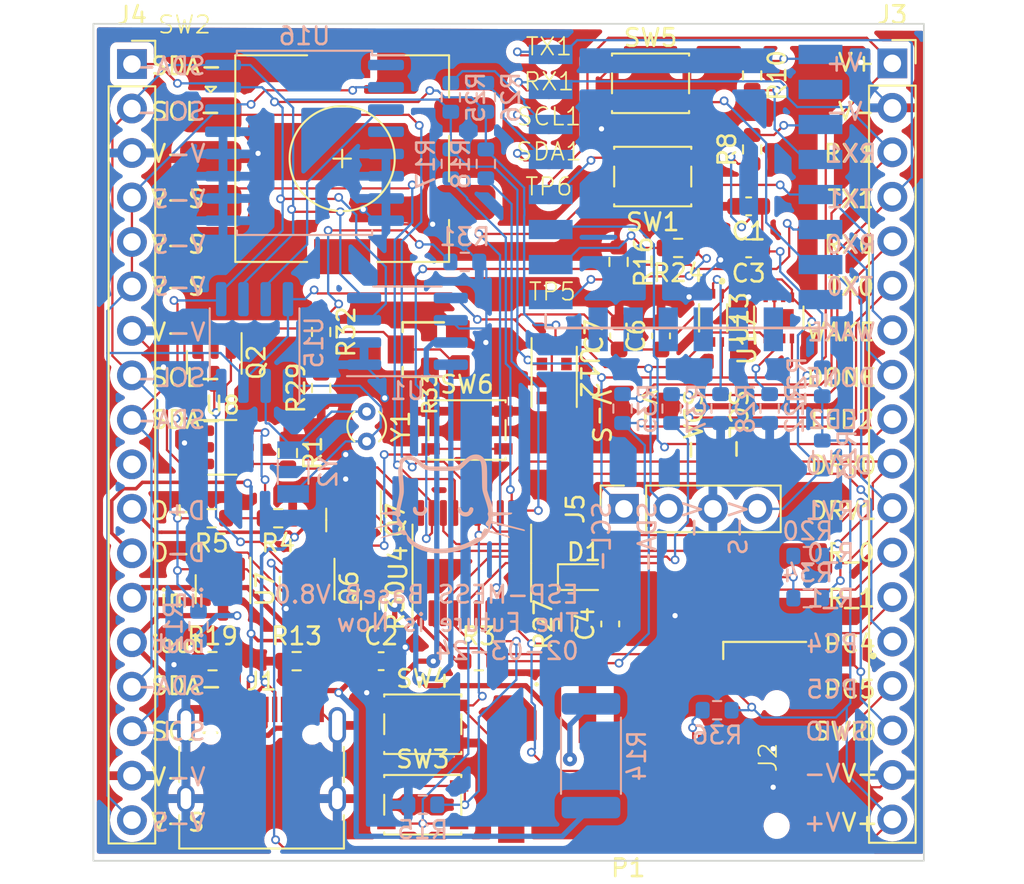
<source format=kicad_pcb>
(kicad_pcb (version 20221018) (generator pcbnew)
  (layers (0 "F.Cu" signal) (31 "B.Cu" signal) (34 "B.Paste" user) (35 "F.Paste" user) (36 "B.SilkS" user "B.Silkscreen") (37 "F.SilkS" user "F.Silkscreen") (38 "B.Mask" user) (39 "F.Mask" user) (44 "Edge.Cuts" user))
  (net 0 "")
  (net 1 "iout")
  (net 2 "GND")
  (net 3 "V-S")
  (net 4 "Net-(D1-A)")
  (net 5 "Net-(D1-K)")
  (net 6 "Net-(J1-CC1)")
  (net 8 "Net-(J1-CC2)")
  (net 10 "SWIO")
  (net 12 "RX1")
  (net 13 "TX1")
  (net 14 "PC5")
  (net 15 "iin")
  (net 16 "SDA-")
  (net 17 "SCL-")
  (net 18 "D-")
  (net 19 "Net-(U8-EN{slash}ONE_SHOT)")
  (net 20 "+3.3V")
  (net 21 "Net-(Q2-G)")
  (net 22 "EN")
  (net 23 "D16")
  (net 24 "RST1")
  (net 25 "D15")
  (net 26 "Net-(Q2-S)")
  (net 27 "Net-(U2-GND)")
  (net 28 "Net-(R31-Pad2)")
  (net 29 "Net-(U4-VSS)")
  (net 30 "Net-(U4-VDD)")
  (net 31 "Net-(U2-GPIO0)")
  (net 33 "Net-(U4-PD7)")
  (net 39 "Net-(U4-PC6)")
  (net 40 "Net-(U4-PC7)")
  (net 42 "DONE")
  (net 43 "SDA0")
  (net 44 "SCL0")
  (net 45 "D+")
  (net 46 "SCL1")
  (net 47 "SDA1")
  (net 48 "Net-(U13-ADDR)")
  (net 49 "Net-(U17-ADDR)")
  (net 51 "Net-(U12-LDR)")
  (net 54 "Net-(U15-X1)")
  (net 55 "Net-(U15-X2)")
  (net 56 "Net-(U15-SQW{slash}OUT)")
  (net 61 "Net-(U8-DELAY{slash}M_DRV)")
  (net 62 "Net-(U2-VCC)")
  (net 63 "RX0")
  (net 64 "TX0")
  (net 65 "WAKE")
  (net 66 "LED2")
  (net 67 "DRIVE0")
  (net 68 "DRIVE1")
  (net 69 "R_0")
  (net 70 "R_1")
  (net 71 "PC4")
  (net 72 "Net-(Q6-G)")
  (net 73 "DRIVE-")
  (footprint "Resistor_SMD:R_0603_1608Metric" (layer "F.Cu") (at 155.2 72.8 -90)
    (fp_text reference "R30")
    (fp_text value "R")
  )
  (footprint "Package_TO_SOT_SMD:SOT-23" (layer "F.Cu") (at 154.25 67.9375 -90)
    (fp_text reference "Q7")
    (fp_text value "BC818")
  )
  (footprint "Package_TO_SOT_SMD:SOT-23" (layer "F.Cu") (at 151.6 71.825 -90)
    (fp_text reference "Q6")
    (fp_text value "AO3400A")
  )
  (footprint "Connector_PinSocket_2.54mm:PinSocket_1x04_P2.54mm_Vertical" (layer "F.Cu") (at 169.68 67.3 90)
    (fp_text reference "J5")
    (fp_text value "Conn_01x04_Pin")
  )
  (footprint "A_SensorNode:RotaryEncoder_E11" (layer "F.Cu") (at 144.6 40.15)
    (fp_text reference "SW2")
    (fp_text value "RotaryEncoder")
  )
  (footprint "Crystal:Crystal_Round_D1.5mm_Vertical" (layer "F.Cu") (at 155 61.75 -90)
    (fp_text reference "Y1")
    (fp_text value "Crystal")
  )
  (footprint "Capacitor_SMD:C_0603_1608Metric" (layer "F.Cu") (at 171.8 57.425 90)
    (fp_text reference "C6")
    (fp_text value "C")
  )
  (footprint "Capacitor_SMD:C_0603_1608Metric" (layer "F.Cu") (at 176.8 50.025 180)
    (fp_text reference "C1")
    (fp_text value "C")
  )
  (footprint "Button_Switch_SMD:SW_SPST_PTS810" (layer "F.Cu") (at 171.325 48.325 180)
    (fp_text reference "SW1")
    (fp_text value "SW_Push")
  )
  (footprint "Resistor_SMD:R_0603_1608Metric" (layer "F.Cu") (at 149.95 67.8375 180)
    (fp_text reference "R4")
    (fp_text value "R")
  )
  (footprint "Capacitor_SMD:C_0603_1608Metric" (layer "F.Cu") (at 176.8 52.425 180)
    (fp_text reference "C3")
    (fp_text value "C")
  )
  (footprint "Connector_USB:USB_C_Receptacle_HRO_TYPE-C-31-M-12" (layer "F.Cu") (at 149 82.8)
    (fp_text reference "J1")
    (fp_text value "USB_C_Receptacle_USB2.0")
  )
  (footprint "Capacitor_SMD:C_0603_1608Metric" (layer "F.Cu") (at 168.9 73.875 90)
    (fp_text reference "C4")
    (fp_text value "C")
  )
  (footprint "Resistor_SMD:R_0603_1608Metric" (layer "F.Cu") (at 177 42.55 -90)
    (fp_text reference "R10")
    (fp_text value "0K")
  )
  (footprint "Package_TO_SOT_SMD:SOT-23" (layer "F.Cu") (at 146.3 58.9375 -90)
    (fp_text reference "Q2")
    (fp_text value "Si2371EDS")
  )
  (footprint "A_SensorNode:PJ-320D" (layer "F.Cu") (at 178.4 81.5 90)
    (fp_text reference "J2")
    (fp_text value "PJ-320D-A" hide)
  )
  (footprint "Package_TO_SOT_SMD:SOT-23-3" (layer "F.Cu") (at 146.8 71.8875 -90)
    (fp_text reference "U7")
    (fp_text value "XC6206PxxxMR")
  )
  (footprint "Connector_PinSocket_2.54mm:PinSocket_1x18_P2.54mm_Vertical" (layer "F.Cu") (at 141.6 41.9)
    (fp_text reference "J4")
    (fp_text value "Conn_01x18_Socket")
  )
  (footprint "Resistor_SMD:R_0603_1608Metric" (layer "F.Cu") (at 169.375 53.2 -90)
    (fp_text reference "R16")
    (fp_text value "0K")
  )
  (footprint "LED_SMD:LED_0603_1608Metric" (layer "F.Cu") (at 167.4 71.2)
    (fp_text reference "D1")
    (fp_text value "LED")
  )
  (footprint "Button_Switch_SMD:SW_SPST_PTS810" (layer "F.Cu") (at 171.2 43)
    (fp_text reference "SW5")
    (fp_text value "SW_Push")
  )
  (footprint "Sensor:Avago_APDS-9960" (layer "F.Cu") (at 165.7 59.515 -90)
    (fp_text reference "U12")
    (fp_text value "APDS-9960")
  )
  (footprint "Resistor_SMD:R_0603_1608Metric" (layer "F.Cu") (at 161.4 76)
    (fp_text reference "R3")
    (fp_text value "R")
  )
  (footprint "Capacitor_SMD:C_0603_1608Metric" (layer "F.Cu") (at 155.825 76)
    (fp_text reference "C2")
    (fp_text value "C")
  )
  (footprint "Resistor_SMD:R_0603_1608Metric" (layer "F.Cu") (at 150.5 64.1125 -90)
    (fp_text reference "R1")
    (fp_text value "R")
  )
  (footprint "Resistor_SMD:R_0603_1608Metric" (layer "F.Cu") (at 177 46.775 90)
    (fp_text reference "R8")
    (fp_text value "R")
  )
  (footprint "A_SensorNode:testpoint" (layer "F.Cu") (at 165.6 55.4)
    (fp_text reference "TP5")
    (fp_text value "TestPoint")
  )
  (footprint "Capacitor_SMD:C_0603_1608Metric" (layer "F.Cu") (at 169.405 57.425 90)
    (fp_text reference "C7")
    (fp_text value "C")
  )
  (footprint "Button_Switch_SMD:SW_SPST_PTS810" (layer "F.Cu") (at 158.2 79.6)
    (fp_text reference "SW4")
    (fp_text value "SW_Push")
  )
  (footprint "Button_Switch_SMD:SW_SPST_PTS810" (layer "F.Cu") (at 160.725 62.8)
    (fp_text reference "SW6")
    (fp_text value "SW_Push")
  )
  (footprint "Connector_PinSocket_2.54mm:PinSocket_1x18_P2.54mm_Vertical" (layer "F.Cu") (at 185 41.86)
    (fp_text reference "J3")
    (fp_text value "Conn_01x18_Socket")
  )
  (footprint "A_SensorNode:testpoint" (layer "F.Cu") (at 165.4 43.4)
    (fp_text reference "RX1")
    (fp_text value "TestPoint")
  )
  (footprint "Package_SO:TSSOP-20_4.4x6.5mm_P0.65mm" (layer "F.Cu") (at 161 70.4 90)
    (fp_text reference "U4")
    (fp_text value "CH32V003F4P6")
  )
  (footprint "Package_TO_SOT_SMD:SOT-23-6" (layer "F.Cu") (at 146.7625 63.7875)
    (fp_text reference "U8")
    (fp_text value "TPL5110")
  )
  (footprint "Sensor_Humidity:Sensirion_DFN-8-1EP_2.5x2.5mm_P0.5mm_EP1.1x1.7mm" (layer "F.Cu") (at 178.52 56.395 90)
    (fp_text reference "U13")
    (fp_text value "SHT31-DIS")
  )
  (footprint "Resistor_SMD:R_0603_1608Metric" (layer "F.Cu") (at 146.2 76)
    (fp_text reference "R19")
    (fp_text value "R")
  )
  (footprint "A_SensorNode:testpoint" (layer "F.Cu") (at 165.4 45.4)
    (fp_text reference "SCL1")
    (fp_text value "TestPoint")
  )
  (footprint "Resistor_SMD:R_0603_1608Metric" (layer "F.Cu") (at 152.4 57.2 -90)
    (fp_text reference "R32")
    (fp_text value "R")
  )
  (footprint "Resistor_SMD:R_0603_1608Metric" (layer "F.Cu") (at 166.5 73.9 90)
    (fp_text reference "R27")
    (fp_text value "R")
  )
  (footprint "BH1750:XDCR_BH1750FVI-TR" (layer "F.Cu") (at 174.77 56.395 -90)
    (fp_text reference "U17")
    (fp_text value "BH1750FVI-TR")
  )
  (footprint "A_SensorNode:testpoint" (layer "F.Cu") (at 165.4 47.4)
    (fp_text reference "SDA1")
    (fp_text value "TestPoint")
  )
  (footprint "Resistor_SMD:R_0603_1608Metric" (layer "F.Cu") (at 172.775 52.4 180)
    (fp_text reference "R24")
    (fp_text value "R")
  )
  (footprint "A_SensorNode:testpoint" (layer "F.Cu") (at 165.4 41.4)
    (fp_text reference "TX1")
    (fp_text value "TestPoint")
  )
  (footprint "Button_Switch_SMD:SW_SPST_PTS810" (layer "F.Cu") (at 158.2 84.2)
    (fp_text reference "SW3")
    (fp_text value "SW_Push")
  )
  (footprint "S3B-PH:JST_S3B-PH-SM4-TB" (layer "F.Cu") (at 167.6 78.925 180)
    (fp_text reference "P1")
    (fp_text value "S3B-PH-SM4-TB")
  )
  (footprint "Resistor_SMD:R_0603_1608Metric" (layer "F.Cu") (at 146.15 67.8375 180)
    (fp_text reference "R5")
    (fp_text value "R")
  )
  (footprint "Resistor_SMD:R_0603_1608Metric" (layer "F.Cu") (at 151 76)
    (fp_text reference "R13")
    (fp_text value "R")
  )
  (footprint "EVM3ES:EMV3ESX50B12" (layer "F.Cu") (at 158.6 58.2 90)
    (fp_text reference "R33")
    (fp_text value "EVM3ESX50B12")
  )
  (footprint "A_SensorNode:testpoint" (layer "F.Cu") (at 165.4 49.4)
    (fp_text reference "TP6")
    (fp_text value "TestPoint")
  )
  (footprint "Resistor_SMD:R_0603_1608Metric" (layer "F.Cu") (at 152.4 60.4 90)
    (fp_text reference "R29")
    (fp_text value "R")
  )
  (footprint "Crystal:Crystal_SMD_3215-2Pin_3.2x1.5mm" (layer "B.Cu") (at 150.8 65.2 90)
    (fp_text reference "Y2")
    (fp_text value "Crystal")
  )
  (footprint "Resistor_SMD:R_0603_1608Metric" (layer "B.Cu") (at 161.8 43.8 90)
    (fp_text reference "R26")
    (fp_text value "R")
  )
  (footprint "Resistor_SMD:R_0603_1608Metric" (layer "B.Cu") (at 160.6 53.2 180)
    (fp_text reference "R31")
    (fp_text value "0K")
  )
  (footprint "Resistor_SMD:R_0603_1608Metric" (layer "B.Cu") (at 178 61.575 90)
    (fp_text reference "R22")
    (fp_text value "0K")
  )
  (footprint "Resistor_SMD:R_0603_1608Metric" (layer "B.Cu") (at 159.8 47.6 -90)
    (fp_text reference "R17")
    (fp_text value "R")
  )
  (footprint "Package_SO:SOIC-8_3.9x4.9mm_P1.27mm" (layer "B.Cu") (at 148.6 57.8 90)
    (fp_text reference "U15")
    (fp_text value "DS1307Z+")
  )
  (footprint "catIcon.preety:catIcon8x8" (layer "B.Cu") (at 159.6 67 180)
    (fp_text reference "")
    (fp_text value "LOGO" hide)
  )
  (footprint "Resistor_SMD:R_0603_1608Metric" (layer "B.Cu") (at 181 60.05 -90)
    (fp_text reference "R21")
    (fp_text value "0K")
  )
  (footprint "Resistor_SMD:R_2512_6332Metric" (layer "B.Cu") (at 167.8 81.4 90)
    (fp_text reference "R14")
    (fp_text value "R")
  )
  (footprint "Resistor_SMD:R_0603_1608Metric" (layer "B.Cu") (at 159.8 43.8 90)
    (fp_text reference "R25")
    (fp_text value "R")
  )
  (footprint "Resistor_SMD:R_0603_1608Metric" (layer "B.Cu") (at 175.2 61.575 90)
    (fp_text reference "R28")
    (fp_text value "0K")
  )
  (footprint "Resistor_SMD:R_0603_1608Metric" (layer "B.Cu") (at 145.4 74 -90)
    (fp_text reference "R12")
    (fp_text value "0K")
  )
  (footprint "Resistor_SMD:R_0603_1608Metric" (layer "B.Cu") (at 181 64.225 90)
    (fp_text reference "R23")
    (fp_text value "0K")
  )
  (footprint "Resistor_SMD:R_0603_1608Metric" (layer "B.Cu") (at 175 78.8)
    (fp_text reference "R36")
    (fp_text value "0K")
  )
  (footprint "Resistor_SMD:R_0603_1608Metric" (layer "B.Cu") (at 180.175 70 180)
    (fp_text reference "R20")
    (fp_text value "0K")
  )
  (footprint "Resistor_SMD:R_0603_1608Metric" (layer "B.Cu") (at 158.2 84.2)
    (fp_text reference "R15")
    (fp_text value "0K")
  )
  (footprint "Resistor_SMD:R_0603_1608Metric" (layer "B.Cu") (at 169.6 61.575 90)
    (fp_text reference "R35")
    (fp_text value "0K")
  )
  (footprint "Resistor_SMD:R_0603_1608Metric" (layer "B.Cu") (at 172.4 61.575 90)
    (fp_text reference "R37")
    (fp_text value "0K")
  )
  (footprint "Resistor_SMD:R_0603_1608Metric" (layer "B.Cu") (at 161.8 47.6 -90)
    (fp_text reference "R18")
    (fp_text value "R")
  )
  (footprint "Resistor_SMD:R_0603_1608Metric" (layer "B.Cu") (at 180.175 72.4 180)
    (fp_text reference "R34")
    (fp_text value "0K")
  )
  (footprint "Package_SO:SOIC-8_3.9x4.9mm_P1.27mm" (layer "B.Cu") (at 157.325 57.165)
    (fp_text reference "U1")
    (fp_text value "INA219AxD")
  )
  (footprint "A_SensorNode:ESP12_SMD" (layer "B.Cu") (at 181.25 38.75 180)
    (fp_text reference "U2" hide)
    (fp_text value "ESP-12F" hide)
  )
  (footprint "Package_SO:SOIC-16W_7.5x10.3mm_P1.27mm" (layer "B.Cu") (at 151.45 46.4 180)
    (fp_text reference "U16")
    (fp_text value "DS3231M")
  )
  (gr_rect (start 139.4 39.6) (end 186.8 87.4) (stroke (width 0.1)) (fill none) (layer "Edge.Cuts"))
  (gr_text "SCL-" (at 169 66.8 90) (layer "B.SilkS") (effects (font (size 1 1)) (justify left bottom mirror)))
  (gr_text "V-S" (at 176.8 66.8 90) (layer "B.SilkS") (effects (font (size 1 1)) (justify left bottom mirror)))
  (gr_text "RX1" (at 184.2 47.6) (layer "B.SilkS") (effects (font (size 1 1)) (justify left bottom mirror)))
  (gr_text "V-S" (at 145.897618 85.8) (layer "B.SilkS") (effects (font (size 1 1)) (justify left bottom mirror)))
  (gr_text "PC5" (at 183.145238 78.2) (layer "B.SilkS") (effects (font (size 1 1)) (justify left bottom mirror)))
  (gr_text "PC4" (at 183.145238 75.6) (layer "B.SilkS") (effects (font (size 1 1)) (justify left bottom mirror)))
  (gr_text "LED2" (at 183.945238 62.8) (layer "B.SilkS") (effects (font (size 1 1)) (justify left bottom mirror)))
  (gr_text "DRV0" (at 183.945238 65.4) (layer "B.SilkS") (effects (font (size 1 1)) (justify left bottom mirror)))
  (gr_text "V-S" (at 145.897618 52.8) (layer "B.SilkS") (effects (font (size 1 1)) (justify left bottom mirror)))
  (gr_text "SDA-" (at 145.897618 78) (layer "B.SilkS") (effects (font (size 1 1)) (justify left bottom mirror)))
  (gr_text "V-" (at 145.897618 83.2) (layer "B.SilkS") (effects (font (size 1 1)) (justify left bottom mirror)))
  (gr_text "D+" (at 145.897618 68) (layer "B.SilkS") (effects (font (size 1 1)) (justify left bottom mirror)))
  (gr_text "V+" (at 182.145238 85.8) (layer "B.SilkS") (effects (font (size 1 1)) (justify left bottom mirror)))
  (gr_text "V-" (at 183.4 45.2) (layer "B.SilkS") (effects (font (size 1 1)) (justify left bottom mirror)))
  (gr_text "TX0" (at 184 55.2) (layer "B.SilkS") (effects (font (size 1 1)) (justify left bottom mirror)))
  (gr_text "SCL-" (at 145.897618 60.4) (layer "B.SilkS") (effects (font (size 1 1)) (justify left bottom mirror)))
  (gr_text "ESP-MESS BaseB V8.0\nThe Future is Now\n02-03-24\n" (at 167.2 76) (layer "B.SilkS") (effects (font (size 1 1)) (justify left bottom mirror)))
  (gr_text "TX1" (at 184 50.2) (layer "B.SilkS") (effects (font (size 1 1)) (justify left bottom mirror)))
  (gr_text "SCL-" (at 145.897618 45.2) (layer "B.SilkS") (effects (font (size 1 1)) (justify left bottom mirror)))
  (gr_text "V-S" (at 145.897618 50.2) (layer "B.SilkS") (effects (font (size 1 1)) (justify left bottom mirror)))
  (gr_text "SDA-" (at 145.897618 42.6) (layer "B.SilkS") (effects (font (size 1 1)) (justify left bottom mirror)))
  (gr_text "V-" (at 145.897618 47.6) (layer "B.SilkS") (effects (font (size 1 1)) (justify left bottom mirror)))
  (gr_text "V-" (at 145.897618 57.8) (layer "B.SilkS") (effects (font (size 1 1)) (justify left bottom mirror)))
  (gr_text "WAKE" (at 184.145238 57.8) (layer "B.SilkS") (effects (font (size 1 1)) (justify left bottom mirror)))
  (gr_text "DRV1" (at 183.945238 68) (layer "B.SilkS") (effects (font (size 1 1)) (justify left bottom mirror)))
  (gr_text "V-S" (at 145.897618 55.2) (layer "B.SilkS") (effects (font (size 1 1)) (justify left bottom mirror)))
  (gr_text "V+" (at 183.4 42.4) (layer "B.SilkS") (effects (font (size 1 1)) (justify left bottom mirror)))
  (gr_text "V-" (at 182.145238 83) (layer "B.SilkS") (effects (font (size 1 1)) (justify left bottom mirror)))
  (gr_text "SWIO" (at 183.745238 80.6) (layer "B.SilkS") (effects (font (size 1 1)) (justify left bottom mirror)))
  (gr_text "DONE" (at 184.145238 60.4) (layer "B.SilkS") (effects (font (size 1 1)) (justify left bottom mirror)))
  (gr_text "RX0" (at 184.2 52.8) (layer "B.SilkS") (effects (font (size 1 1)) (justify left bottom mirror)))
  (gr_text "iin" (at 145.897618 73) (layer "B.SilkS") (effects (font (size 1 1)) (justify left bottom mirror)))
  (gr_text "V-" (at 174.2 66.8 90) (layer "B.SilkS") (effects (font (size 1 1)) (justify left bottom mirror)))
  (gr_text "SDA-" (at 145.897618 62.8) (layer "B.SilkS") (effects (font (size 1 1)) (justify left bottom mirror)))
  (gr_text "D-" (at 145.897618 70.4) (layer "B.SilkS") (effects (font (size 1 1)) (justify left bottom mirror)))
  (gr_text "R_1" (at 182.945238 73) (layer "B.SilkS") (effects (font (size 1 1)) (justify left bottom mirror)))
  (gr_text "R_0" (at 182.945238 70.4) (layer "B.SilkS") (effects (font (size 1 1)) (justify left bottom mirror)))
  (gr_text "SDA-" (at 171.6 66.8 90) (layer "B.SilkS") (effects (font (size 1 1)) (justify left bottom mirror)))
  (gr_text "iout" (at 145.897618 75.6) (layer "B.SilkS") (effects (font (size 1 1)) (justify left bottom mirror)))
  (gr_text "SCL-" (at 145.897618 80.6) (layer "B.SilkS") (effects (font (size 1 1)) (justify left bottom mirror)))
  (gr_text "TX1" (at 181.2 50.2) (layer "F.SilkS") (effects (font (size 1 1)) (justify left bottom)))
  (gr_text "V-" (at 142.6 47.6) (layer "F.SilkS") (effects (font (size 1 1)) (justify left bottom)))
  (gr_text "SWIO" (at 180.4 80.6) (layer "F.SilkS") (effects (font (size 1 1)) (justify left bottom)))
  (gr_text "iin" (at 142.6 73) (layer "F.SilkS") (effects (font (size 1 1)) (justify left bottom)))
  (gr_text "WAKE" (at 180 57.8) (layer "F.SilkS") (effects (font (size 1 1)) (justify left bottom)))
  (gr_text "V-" (at 142.6 57.8) (layer "F.SilkS") (effects (font (size 1 1)) (justify left bottom)))
  (gr_text "V-S" (at 142.6 50.2) (layer "F.SilkS") (effects (font (size 1 1)) (justify left bottom)))
  (gr_text "LED2" (at 180.2 62.8) (layer "F.SilkS") (effects (font (size 1 1)) (justify left bottom)))
  (gr_text "SCL-" (at 142.6 45.2) (layer "F.SilkS") (effects (font (size 1 1)) (justify left bottom)))
  (gr_text "V-" (at 182 83) (layer "F.SilkS") (effects (font (size 1 1)) (justify left bottom)))
  (gr_text "SDA-" (at 142.6 42.6) (layer "F.SilkS") (effects (font (size 1 1)) (justify left bottom)))
  (gr_text "V-" (at 181.8 45.2) (layer "F.SilkS") (effects (font (size 1 1)) (justify left bottom)))
  (gr_text "V-" (at 170.3965 60.4 -90) (layer "F.SilkS") (effects (font (size 1 1)) (justify left bottom)))
  (gr_text "R_0" (at 181.2 70.4) (layer "F.SilkS") (effects (font (size 1 1)) (justify left bottom)))
  (gr_text "SDA-" (at 172.9965 60.4 -90) (layer "F.SilkS") (effects (font (size 1 1)) (justify left bottom)))
  (gr_text "V-S" (at 142.6 85.8) (layer "F.SilkS") (effects (font (size 1 1)) (justify left bottom)))
  (gr_text "RX0" (at 181 52.8) (layer "F.SilkS") (effects (font (size 1 1)) (justify left bottom)))
  (gr_text "DONE" (at 180 60.4) (layer "F.SilkS") (effects (font (size 1 1)) (justify left bottom)))
  (gr_text "D+" (at 142.6 68) (layer "F.SilkS") (effects (font (size 1 1)) (justify left bottom)))
  (gr_text "V+" (at 181.8 42.4) (layer "F.SilkS") (effects (font (size 1 1)) (justify left bottom)))
  (gr_text "SCL-" (at 142.6 80.6) (layer "F.SilkS") (effects (font (size 1 1)) (justify left bottom)))
  (gr_text "iout" (at 142.6 75.6) (layer "F.SilkS") (effects (font (size 1 1)) (justify left bottom)))
  (gr_text "SCL-" (at 142.6 60.4) (layer "F.SilkS") (effects (font (size 1 1)) (justify left bottom)))
  (gr_text "V+" (at 182 85.8) (layer "F.SilkS") (effects (font (size 1 1)) (justify left bottom)))
  (gr_text "SDA-" (at 142.6 62.8) (layer "F.SilkS") (effects (font (size 1 1)) (justify left bottom)))
  (gr_text "TX0" (at 181.2 55.2) (layer "F.SilkS") (effects (font (size 1 1)) (justify left bottom)))
  (gr_text "PC5" (at 181 78.2) (layer "F.SilkS") (effects (font (size 1 1)) (justify left bottom)))
  (gr_text "SDA-" (at 142.6 78) (layer "F.SilkS") (effects (font (size 1 1)) (justify left bottom)))
  (gr_text "V-" (at 142.6 83.2) (layer "F.SilkS") (effects (font (size 1 1)) (justify left bottom)))
  (gr_text "RX1" (at 181 47.6) (layer "F.SilkS") (effects (font (size 1 1)) (justify left bottom)))
  (gr_text "DRV0" (at 180.2 65.4) (layer "F.SilkS") (effects (font (size 1 1)) (justify left bottom)))
  (gr_text "V-S" (at 167.7965 60.4 -90) (layer "F.SilkS") (effects (font (size 1 1)) (justify left bottom)))
  (gr_text "D-" (at 142.6 70.4) (layer "F.SilkS") (effects (font (size 1 1)) (justify left bottom)))
  (gr_text "V-S" (at 142.6 55.2) (layer "F.SilkS") (effects (font (size 1 1)) (justify left bottom)))
  (gr_text "V-S" (at 142.6 52.8) (layer "F.SilkS") (effects (font (size 1 1)) (justify left bottom)))
  (gr_text "SCL-" (at 175.5965 60.4 -90) (layer "F.SilkS") (effects (font (size 1 1)) (justify left bottom)))
  (gr_text "DRV1" (at 180.2 68) (layer "F.SilkS") (effects (font (size 1 1)) (justify left bottom)))
  (gr_text "PC4" (at 181 75.6) (layer "F.SilkS") (effects (font (size 1 1)) (justify left bottom)))
  (gr_text "R_1" (at 181.2 73) (layer "F.SilkS") (effects (font (size 1 1)) (justify left bottom)))
  (segment (start 143.12 73.4) (end 146.8 73.4) (width 0.3) (layer "F.Cu") (net 1))
  (segment (start 151.25 79.83) (end 149.786396 79.83) (width 0.3) (layer "F.Cu") (net 1))
  (segment (start 145.85 77.2) (end 143.88 77.2) (width 0.3) (layer "F.Cu") (net 1))
  (segment (start 155.05 76.15) (end 155.05 76) (width 0.3) (layer "F.Cu") (net 1))
  (segment (start 149.786396 79.83) (end 149.386396 80.23) (width 0.3) (layer "F.Cu") (net 1))
  (segment (start 151.25 79.465) (end 151.25 79.83) (width 0.3) (layer "F.Cu") (net 1))
  (segment (start 151.45 77.83) (end 151.6 77.68) (width 0.3) (layer "F.Cu") (net 1))
  (segment (start 153.28 77.68) (end 153.4 77.8) (width 0.3) (layer "F.Cu") (net 1))
  (segment (start 147.23 80.23) (end 146.55 79.55) (width 0.3) (layer "F.Cu") (net 1))
  (segment (start 158.8 76) (end 157.888173 76) (width 0.3) (layer "F.Cu") (net 1))
  (segment (start 149.386396 80.23) (end 147.23 80.23) (width 0.3) (layer "F.Cu") (net 1))
  (segment (start 157.888173 76) (end 157.063173 76.825) (width 0.3) (layer "F.Cu") (net 1))
  (segment (start 146.55 79.55) (end 146.55 78.755) (width 0.3) (layer "F.Cu") (net 1))
  (segment (start 146.55 78.755) (end 146.55 77.9) (width 0.3) (layer "F.Cu") (net 1))
  (segment (start 151.6 77.68) (end 153.28 77.68) (width 0.3) (layer "F.Cu") (net 1))
  (segment (start 147.6 73.4) (end 147.175 73.4) (width 0.3) (layer "F.Cu") (net 1))
  (segment (start 151.45 78.755) (end 151.45 77.83) (width 0.3) (layer "F.Cu") (net 1))
  (segment (start 155.875 76.825) (end 155.05 76) (width 0.3) (layer "F.Cu") (net 1))
  (segment (start 157.063173 76.825) (end 155.875 76.825) (width 0.3) (layer "F.Cu") (net 1))
  (segment (start 147.175 73.4) (end 146.8 73.025) (width 0.3) (layer "F.Cu") (net 1))
  (segment (start 146.55 77.9) (end 145.85 77.2) (width 0.3) (layer "F.Cu") (net 1))
  (segment (start 151.45 79.265) (end 151.25 79.465) (width 0.3) (layer "F.Cu") (net 1))
  (segment (start 141.6 74.92) (end 143.12 73.4) (width 0.3) (layer "F.Cu") (net 1))
  (segment (start 143.88 77.2) (end 141.6 74.92) (width 0.3) (layer "F.Cu") (net 1))
  (segment (start 153.4 77.8) (end 155.05 76.15) (width 0.3) (layer "F.Cu") (net 1))
  (via (at 147.6 73.4) (size 0.5) (drill 0.3) (layers "F.Cu" "B.Cu") (net 1))
  (via (at 153.4 77.8) (size 0.5) (drill 0.3) (layers "F.Cu" "B.Cu") (net 1))
  (via (at 158.8 76) (size 0.8) (drill 0.3) (layers "F.Cu" "B.Cu") (net 1))
  (segment (start 158.4 58.2) (end 158.8 57.8) (width 0.3) (layer "B.Cu") (net 1))
  (segment (start 154.4 78.8) (end 154.4 86) (width 0.3) (layer "B.Cu") (net 1))
  (segment (start 154.4 86) (end 166.1625 86) (width 0.3) (layer "B.Cu") (net 1))
  (segment (start 158.4 59.6) (end 158.4 58.2) (width 0.3) (layer "B.Cu") (net 1))
  (segment (start 146.45 73.4) (end 145.4 74.45) (width 0.3) (layer "B.Cu") (net 1))
  (segment (start 158.8 57.8) (end 159.8 57.8) (width 0.3) (layer "B.Cu") (net 1))
  (segment (start 153.4 77.8) (end 154.4 78.8) (width 0.3) (layer "B.Cu") (net 1))
  (segment (start 159 75.8) (end 159 60.2) (width 0.3) (layer "B.Cu") (net 1))
  (segment (start 145.4 74.45) (end 145.305 74.545) (width 0.13) (layer "B.Cu") (net 1))
  (segment (start 158.8 76) (end 159 75.8) (width 0.13) (layer "B.Cu") (net 1))
  (segment (start 159 60.2) (end 158.4 59.6) (width 0.3) (layer "B.Cu") (net 1))
  (segment (start 147.6 73.4) (end 146.45 73.4) (width 0.3) (layer "B.Cu") (net 1))
  (segment (start 166.1625 86) (end 167.8 84.3625) (width 0.3) (layer "B.Cu") (net 1))
  (segment (start 146.4 47) (end 148.8 47) (width 0.13) (layer "F.Cu") (net 2))
  (segment (start 150.5 63.2875) (end 152.8875 63.2875) (width 0.13) (layer "F.Cu") (net 2))
  (segment (start 177.77 55.22) (end 178.27 55.22) (width 0.13) (layer "F.Cu") (net 2))
  (segment (start 143.4 58.94) (end 143.4 59.2) (width 0.13) (layer "F.Cu") (net 2))
  (segment (start 156.029744 60.970256) (end 156.784488 61.725) (width 0.13) (layer "F.Cu") (net 2))
  (segment (start 168.335 45.535) (end 168.4 45.6) (width 0.13) (layer "F.Cu") (net 2))
  (segment (start 156.6 76) (end 156.6 75.8) (width 0.13) (layer "F.Cu") (net 2))
  (segment (start 165.6 55.4) (end 168.155 55.4) (width 0.13) (layer "F.Cu") (net 2))
  (segment (start 147.75 70.75) (end 148.15 70.75) (width 0.13) (layer "F.Cu") (net 2))
  (segment (start 161.8 57.8) (end 160.8 57.8) (width 0.13) (layer "F.Cu") (net 2))
  (segment (start 178.2 83.2) (end 184.3 83.2) (width 0.13) (layer "F.Cu") (net 2))
  (segment (start 172.3 73.1) (end 172.6 73.4) (width 0.13) (layer "F.Cu") (net 2))
  (segment (start 144 76.2) (end 145.175 76.2) (width 0.13) (layer "F.Cu") (net 2))
  (segment (start 145.175 76.2) (end 145.375 76) (width 0.13) (layer "F.Cu") (net 2))
  (segment (start 176.82 55.22) (end 176.8 55.2) (width 0.13) (layer "F.Cu") (net 2))
  (segment (start 153.32 79.67) (end 153.165 79.67) (width 0.13) (layer "F.Cu") (net 2))
  (segment (start 178.27 55.22) (end 178.27 56.145) (width 0.13) (layer "F.Cu") (net 2))
  (segment (start 155.654569 51.04661) (end 154.804456 50.196497) (width 0.13) (layer "F.Cu") (net 2))
  (segment (start 184.3 83.2) (end 185 82.5) (width 0.13) (layer "F.Cu") (net 2))
  (segment (start 148.15 70.75) (end 150.4 73) (width 0.13) (layer "F.Cu") (net 2))
  (segment (start 153.165 79.67) (end 152.25 78.755) (width 0.13) (layer "F.Cu") (net 2))
  (segment (start 156.6 75.8) (end 157.2 75.2) (width 0.13) (layer "F.Cu") (net 2))
  (segment (start 168.9 73.1) (end 172.3 73.1) (width 0.13) (layer "F.Cu") (net 2))
  (segment (start 168.335 42.715) (end 168.335 45.535) (width 0.13) (layer "F.Cu") (net 2))
  (segment (start 156.784488 61.725) (end 158.65 61.725) (width 0.13) (layer "F.Cu") (net 2))
  (segment (start 158.763378 51.04661) (end 155.654569 51.04661) (width 0.13) (layer "F.Cu") (net 2))
  (segment (start 152.8875 63.2875) (end 153.8 64.2) (width 0.13) (layer "F.Cu") (net 2))
  (segment (start 175.2 53.0855) (end 175.3645 53.0855) (width 0.13) (layer "F.Cu") (net 2))
  (segment (start 141.6 57.14) (end 143.4 58.94) (width 0.13) (layer "F.Cu") (net 2))
  (segment (start 146.1 47.3) (end 146.4 47) (width 0.13) (layer "F.Cu") (net 2))
  (segment (start 153.3 67) (end 153.3 66.1) (width 0.13) (layer "F.Cu") (net 2))
  (segment (start 178.27 56.145) (end 178.52 56.395) (width 0.13) (layer "F.Cu") (net 2))
  (segment (start 177.77 55.22) (end 176.82 55.22) (width 0.13) (layer "F.Cu") (net 2))
  (segment (start 160.8 57.8) (end 160.2 57.2) (width 0.13) (layer "F.Cu") (net 2))
  (segment (start 145.625 63.7875) (end 144.85 63.7875) (width 0.13) (layer "F.Cu") (net 2))
  (segment (start 169.125 41.925) (end 168.335 42.715) (width 0.13) (layer "F.Cu") (net 2))
  (segment (start 168.155 55.4) (end 169.405 56.65) (width 0.13) (layer "F.Cu") (net 2))
  (segment (start 144.85 63.7875) (end 144.6 63.5375) (width 0.13) (layer "F.Cu") (net 2))
  (segment (start 153.3 66.1) (end 153.8 65.6) (width 0.13) (layer "F.Cu") (net 2))
  (segment (start 175.3645 53.0855) (end 176.025 52.425) (width 0.13) (layer "F.Cu") (net 2))
  (via (at 178.2 83.2) (size 0.5) (drill 0.3) (layers "F.Cu" "B.Cu") (net 2))
  (via (at 168.4 45.6) (size 0.5) (drill 0.3) (layers "F.Cu" "B.Cu") (net 2))
  (via (at 143.4 59.2) (size 0.5) (drill 0.3) (layers "F.Cu" "B.Cu") (net 2))
  (via (at 144 76.2) (size 0.5) (drill 0.3) (layers "F.Cu" "B.Cu") (net 2))
  (via (at 144.6 63.5375) (size 0.5) (drill 0.3) (layers "F.Cu" "B.Cu") (net 2))
  (via (at 157.2 75.2) (size 0.5) (drill 0.3) (layers "F.Cu" "B.Cu") (net 2))
  (via (at 150.4 73) (size 0.5) (drill 0.3) (layers "F.Cu" "B.Cu") (net 2))
  (via (at 161.8 57.8) (size 0.5) (drill 0.3) (layers "F.Cu" "B.Cu") (net 2))
  (via (at 183.2 41.8) (size 0.5) (drill 0.3) (layers "F.Cu" "B.Cu") (net 2))
  (via (at 175.2 53.0855) (size 0.5) (drill 0.3) (layers "F.Cu" "B.Cu") (net 2))
  (via (at 156.029744 60.970256) (size 0.5) (drill 0.3) (layers "F.Cu" "B.Cu") (net 2))
  (via (at 154.804456 50.196497) (size 0.5) (drill 0.3) (layers "F.Cu" "B.Cu") (net 2))
  (via (at 153.8 65.6) (size 0.5) (drill 0.3) (layers "F.Cu" "B.Cu") (net 2))
  (via (at 176.8 55.2) (size 0.5) (drill 0.3) (layers "F.Cu" "B.Cu") (net 2))
  (via (at 153.8 64.2) (size 0.5) (drill 0.3) (layers "F.Cu" "B.Cu") (net 2))
  (via (at 155 77.8) (size 0.5) (drill 0.3) (layers "F.Cu" "B.Cu") (net 2))
  (via (at 158.763378 51.04661) (size 0.5) (drill 0.3) (layers "F.Cu" "B.Cu") (net 2))
  (via (at 173.4 55.2) (size 0.5) (drill 0.3) (layers "F.Cu" "B.Cu") (net 2))
  (via (at 172.6 73.4) (size 0.5) (drill 0.3) (layers "F.Cu" "B.Cu") (net 2))
  (via (at 178.2 81) (size 0.5) (drill 0.3) (layers "F.Cu" "B.Cu") (net 2))
  (via (at 148.8 47) (size 0.5) (drill 0.3) (layers "F.Cu" "B.Cu") (net 2))
  (segment (start 173.4 54.8855) (end 173.4 55.2) (width 0.13) (layer "B.Cu") (net 2))
  (segment (start 159.27161 51.04661) (end 158.763378 51.04661) (width 0.13) (layer "B.Cu") (net 2))
  (segment (start 176.8 54.6855) (end 175.2 53.0855) (width 0.13) (layer "B.Cu") (net 2))
  (segment (start 157.2 75.2) (end 157.2 75.6) (width 0.13) (layer "B.Cu") (net 2))
  (segment (start 161.83095 53.60595) (end 161.83095 57) (width 0.13) (layer "B.Cu") (net 2))
  (segment (start 156.029744 60.249744) (end 156.029744 60.970256) (width 0.13) (layer "B.Cu") (net 2))
  (segment (start 146.835 47) (end 146.8 47.035) (width 0.13) (layer "B.Cu") (net 2))
  (segment (start 144.6295 63.508) (end 144.6295 61.478) (width 0.13) (layer "B.Cu") (net 2))
  (segment (start 153.53 79.67) (end 153.32 79.67) (width 0.13) (layer "B.Cu") (net 2))
  (segment (start 153.8 64.2) (end 153.8 65.6) (width 0.13) (layer "B.Cu") (net 2))
  (segment (start 161.425 53.2) (end 161.83095 53.60595) (width 0.13) (layer "B.Cu") (net 2))
  (segment (start 144.6 63.5375) (end 144.6295 63.508) (width 0.13) (layer "B.Cu") (net 2))
  (segment (start 185 44.4) (end 183.2 42.6) (width 0.13) (layer "B.Cu") (net 2))
  (segment (start 161.83095 57) (end 161.83095 57.76905) (width 0.13) (layer "B.Cu") (net 2))
  (segment (start 144.68 79.67) (end 144.68 76.88) (width 0.13) (layer "B.Cu") (net 2))
  (segment (start 144.6295 61.478) (end 146.695 59.4125) (width 0.13) (layer "B.Cu") (net 2))
  (segment (start 176.8 55.2) (end 176.8 54.6855) (width 0.13) (layer "B.Cu") (net 2))
  (segment (start 144.68 76.88) (end 144 76.2) (width 0.13) (layer "B.Cu") (net 2))
  (segment (start 183.2 42.6) (end 183.2 41.8) (width 0.13) (layer "B.Cu") (net 2))
  (segment (start 175.2 53.0855) (end 173.4 54.8855) (width 0.13) (layer "B.Cu") (net 2))
  (segment (start 148.8 47) (end 146.835 47) (width 0.13) (layer "B.Cu") (net 2))
  (segment (start 161.83095 57.76905) (end 161.8 57.8) (width 0.13) (layer "B.Cu") (net 2))
  (segment (start 178.2 83.2) (end 178.2 81) (width 0.13) (layer "B.Cu") (net 2))
  (segment (start 155.452959 50.845) (end 154.804456 50.196497) (width 0.13) (layer "B.Cu") (net 2))
  (segment (start 156.1 50.845) (end 155.452959 50.845) (width 0.13) (layer "B.Cu") (net 2))
  (segment (start 146.695 59.4125) (end 146.695 59.8325) (width 0.13) (layer "B.Cu") (net 2))
  (segment (start 161.83095 57) (end 160.27 57) (width 0.13) (layer "B.Cu") (net 2))
  (segment (start 161.425 53.2) (end 159.27161 51.04661) (width 0.13) (layer "B.Cu") (net 2))
  (segment (start 160.27 57) (end 159.8 56.53) (width 0.13) (layer "B.Cu") (net 2))
  (segment (start 157.2 75.6) (end 155 77.8) (width 0.13) (layer "B.Cu") (net 2))
  (segment (start 154.85 59.07) (end 156.029744 60.249744) (width 0.13) (layer "B.Cu") (net 2))
  (segment (start 163.42405 56.48405) (end 163.47 56.53) (width 0.13) (layer "F.Cu") (net 3))
  (segment (start 165.43 60.97) (end 165 60.97) (width 0.13) (layer "F.Cu") (net 3))
  (segment (start 165 58.06) (end 165.43 58.06) (width 0.13) (layer "F.Cu") (net 3))
  (segment (start 165.565 58.195) (end 165.565 60.835) (width 0.13) (layer "F.Cu") (net 3))
  (segment (start 152.2 55) (end 159.8319 55) (width 0.13) (layer "F.Cu") (net 3))
  (segment (start 180.4 56.35) (end 179.27 55.22) (width 0.13) (layer "F.Cu") (net 3))
  (segment (start 163.47 56.53) (end 165 58.06) (width 0.13) (layer "F.Cu") (net 3))
  (segment (start 169.405 58.2) (end 171.8 58.2) (width 0.13) (layer "F.Cu") (net 3))
  (segment (start 176.09 54.2) (end 178.68 54.2) (width 0.13) (layer "F.Cu") (net 3))
  (segment (start 174.6 56.12) (end 175.27 55.45) (width 0.13) (layer "F.Cu") (net 3))
  (segment (start 167.405 56.2) (end 163.8 56.2) (width 0.13) (layer "F.Cu") (net 3))
  (segment (start 179.27 54.79) (end 179.27 55.22) (width 0.13) (layer "F.Cu") (net 3))
  (segment (start 175.27 55.02) (end 176.09 54.2) (width 0.13) (layer "F.Cu") (net 3))
  (segment (start 148.4 44.2) (end 149.2 43.4) (width 0.13) (layer "F.Cu") (net 3))
  (segment (start 171.8 58.2) (end 173.88 56.12) (width 0.13) (layer "F.Cu") (net 3))
  (segment (start 141.6 49.52) (end 141.6 54.6) (width 0.13) (layer "F.Cu") (net 3))
  (segment (start 149.2 43.4) (end 154.2 43.4) (width 0.13) (layer "F.Cu") (net 3))
  (segment (start 178.68 54.2) (end 179.27 54.79) (width 0.13) (layer "F.Cu") (net 3))
  (segment (start 163.8 56.2) (end 163.47 56.53) (width 0.13) (layer "F.Cu") (net 3))
  (segment (start 165.565 60.835) (end 165.43 60.97) (width 0.13) (layer "F.Cu") (net 3))
  (segment (start 161.31595 56.48405) (end 163.42405 56.48405) (width 0.13) (layer "F.Cu") (net 3))
  (segment (start 165.43 58.06) (end 165.565 58.195) (width 0.13) (layer "F.Cu") (net 3))
  (segment (start 159.8319 55) (end 161.31595 56.48405) (width 0.13) (layer "F.Cu") (net 3))
  (segment (start 169.405 58.2) (end 167.405 56.2) (width 0.13) (layer "F.Cu") (net 3))
  (segment (start 180.4 56.6) (end 180.4 56.35) (width 0.13) (layer "F.Cu") (net 3))
  (segment (start 152 54.8) (end 152.2 55) (width 0.13) (layer "F.Cu") (net 3))
  (segment (start 173.88 56.12) (end 174.6 56.12) (width 0.13) (layer "F.Cu") (net 3))
  (segment (start 175.27 55.45) (end 175.27 55.02) (width 0.13) (layer "F.Cu") (net 3))
  (via (at 180.4 56.6) (size 0.5) (drill 0.3) (layers "F.Cu" "B.Cu") (net 3))
  (via (at 148.4 44.2) (size 0.5) (drill 0.3) (layers "F.Cu" "B.Cu") (net 3))
  (via (at 154.2 43.4) (size 0.5) (drill 0.3) (layers "F.Cu" "B.Cu") (net 3))
  (via (at 152 54.8) (size 0.5) (drill 0.3) (layers "F.Cu" "B.Cu") (net 3))
  (via (at 161.31595 56.48405) (size 0.5) (drill 0.3) (layers "F.Cu" "B.Cu") (net 3))
  (segment (start 161.31595 56.48405) (end 160.091899 55.26) (width 0.13) (layer "B.Cu") (net 3))
  (segment (start 181 65.05) (end 178.75 67.3) (width 0.13) (layer "B.Cu") (net 3))
  (segment (start 146.381899 58.4) (end 140.2 58.4) (width 0.13) (layer "B.Cu") (net 3))
  (segment (start 140.2 58.4) (end 140.2 56) (width 0.13) (layer "B.Cu") (net 3))
  (segment (start 141.6 85.08) (end 140.2 83.68) (width 0.13) (layer "B.Cu") (net 3))
  (segment (start 156.1 43.225) (end 154.375 43.225) (width 0.13) (layer "B.Cu") (net 3))
  (segment (start 154.375 43.225) (end 154.2 43.4) (width 0.13) (layer "B.Cu") (net 3))
  (segment (start 140.2 83.68) (end 140.2 58.4) (width 0.13) (layer "B.Cu") (net 3))
  (segment (start 147.965 59.983101) (end 150.505 57.443101) (width 0.13) (layer "B.Cu") (net 3))
  (segment (start 147.637183 44.2) (end 147.342183 44.495) (width 0.13) (layer "B.Cu") (net 3))
  (segment (start 141.6 49.52) (end 141.6 49.353101) (width 0.13) (layer "B.Cu") (net 3))
  (segment (start 181 65.05) (end 179.613014 63.663014) (width 0.13) (layer "B.Cu") (net 3))
  (segment (start 148.4 44.2) (end 147.637183 44.2) (width 0.13) (layer "B.Cu") (net 3))
  (segment (start 140.2 56) (end 141.6 54.6) (width 0.13) (layer "B.Cu") (net 3))
  (segment (start 151.475 55.325) (end 150.505 55.325) (width 0.13) (layer "B.Cu") (net 3))
  (segment (start 178.75 67.3) (end 177.545 67.3) (width 0.13) (layer "B.Cu") (net 3))
  (segment (start 179.613014 57.386986) (end 180.4 56.6) (width 0.13) (layer "B.Cu") (net 3))
  (segment (start 152 54.8) (end 151.475 55.325) (width 0.13) (layer "B.Cu") (net 3))
  (segment (start 147.965 59.704399) (end 146.660601 58.4) (width 0.13) (layer "B.Cu") (net 3))
  (segment (start 146.458101 44.495) (end 146.8 44.495) (width 0.13) (layer "B.Cu") (net 3))
  (segment (start 141.6 49.353101) (end 146.458101 44.495) (width 0.13) (layer "B.Cu") (net 3))
  (segment (start 160.091899 55.26) (end 159.8 55.26) (width 0.13) (layer "B.Cu") (net 3))
  (segment (start 179.613014 63.663014) (end 179.613014 57.386986) (width 0.13) (layer "B.Cu") (net 3))
  (segment (start 146.660601 58.4) (end 146.4 58.4) (width 0.13) (layer "B.Cu") (net 3))
  (segment (start 150.505 57.443101) (end 150.505 55.325) (width 0.13) (layer "B.Cu") (net 3))
  (segment (start 168.1875 71.3875) (end 166.5 73.075) (width 0.13) (layer "F.Cu") (net 4))
  (segment (start 166.4625 73.1125) (end 166.5 73.075) (width 0.13) (layer "F.Cu") (net 4))
  (segment (start 168.1875 71.2) (end 168.1875 71.3875) (width 0.13) (layer "F.Cu") (net 4))
  (segment (start 166.6125 71.2) (end 165.9875 71.2) (width 0.13) (layer "F.Cu") (net 5))
  (segment (start 165.9875 71.2) (end 163.925 73.2625) (width 0.13) (layer "F.Cu") (net 5))
  (segment (start 147.75 76.725) (end 147.75 78.755) (width 0.13) (layer "F.Cu") (net 6))
  (segment (start 147.025 76) (end 147.75 76.725) (width 0.13) (layer "F.Cu") (net 6))
  (segment (start 150.75 77.075) (end 150.75 78.755) (width 0.13) (layer "F.Cu") (net 8))
  (segment (start 151.825 76) (end 150.75 77.075) (width 0.13) (layer "F.Cu") (net 8))
  (segment (start 181.327614 68.8) (end 164.86669 68.8) (width 0.13) (layer "F.Cu") (net 10))
  (segment (start 164.35169 69.315) (end 160.115 69.315) (width 0.13) (layer "F.Cu") (net 10))
  (segment (start 160.115 69.315) (end 159.375 68.575) (width 0.13) (layer "F.Cu") (net 10))
  (segment (start 183.2 66.927614) (end 181.327614 68.8) (width 0.13) (layer "F.Cu") (net 10))
  (segment (start 164.86669 68.8) (end 164.35169 69.315) (width 0.13) (layer "F.Cu") (net 10))
  (segment (start 159.375 68.575) (end 159.375 67.5375) (width 0.13) (layer "F.Cu") (net 10))
  (segment (start 183.2 76.6) (end 182.3 75.7) (width 0.13) (layer "F.Cu") (net 10))
  (segment (start 182.3 75.7) (end 181.65 75.7) (width 0.13) (layer "F.Cu") (net 10))
  (via (at 183.2 66.927614) (size 0.5) (drill 0.3) (layers "F.Cu" "B.Cu") (net 10))
  (via (at 183.2 76.6) (size 0.5) (drill 0.3) (layers "F.Cu" "B.Cu") (net 10))
  (segment (start 185 79.96) (end 183.2 78.16) (width 0.13) (layer "B.Cu") (net 10))
  (segment (start 183.2 66.927614) (end 183.2 76.6) (width 0.13) (layer "B.Cu") (net 10))
  (segment (start 183.2 78.16) (end 183.2 76.6) (width 0.13) (layer "B.Cu") (net 10))
  (segment (start 181.53 59.59832) (end 181.53 50.41) (width 0.13) (layer "F.Cu") (net 12))
  (segment (start 164.127614 43.4) (end 165.4 43.4) (width 0.13) (layer "F.Cu") (net 12))
  (segment (start 171.4 60.2) (end 180.92832 60.2) (width 0.13) (layer "F.Cu") (net 12))
  (segment (start 163.663807 42.936193) (end 164.127614 43.4) (width 0.13) (layer "F.Cu") (net 12))
  (segment (start 180.92832 60.2) (end 181.53 59.59832) (width 0.13) (layer "F.Cu") (net 12))
  (segment (start 170.6 61) (end 171.4 60.2) (width 0.13) (layer "F.Cu") (net 12))
  (segment (start 181.53 50.41) (end 185 46.94) (width 0.13) (layer "F.Cu") (net 12))
  (via (at 163.663807 42.936193) (size 0.5) (drill 0.3) (layers "F.Cu" "B.Cu") (net 12))
  (via (at 170.6 61) (size 0.5) (drill 0.3) (layers "F.Cu" "B.Cu") (net 12))
  (segment (start 179.575 44.355) (end 179.01332 43.79332) (width 0.13) (layer "B.Cu") (net 12))
  (segment (start 178.61332 42.885) (end 166.665 42.885) (width 0.13) (layer "B.Cu") (net 12))
  (segment (start 179.01332 43.285) (end 178.61332 42.885) (width 0.13) (layer "B.Cu") (net 12))
  (segment (start 166.665 42.885) (end 166.2 43.35) (width 0.13) (layer "B.Cu") (net 12))
  (segment (start 169.85 61) (end 169.6 60.75) (width 0.13) (layer "B.Cu") (net 12))
  (segment (start 179.01332 43.79332) (end 179.01332 43.285) (width 0.13) (layer "B.Cu") (net 12))
  (segment (start 163.663807 42.936193) (end 165.786193 42.936193) (width 0.13) (layer "B.Cu") (net 12))
  (segment (start 182.415 44.355) (end 179.575 44.355) (width 0.13) (layer "B.Cu") (net 12))
  (segment (start 170.6 61) (end 169.85 61) (width 0.13) (layer "B.Cu") (net 12))
  (segment (start 165.786193 42.936193) (end 166.2 43.35) (width 0.13) (layer "B.Cu") (net 12))
  (segment (start 185 46.94) (end 182.415 44.355) (width 0.13) (layer "B.Cu") (net 12))
  (segment (start 163.8 41.4) (end 165.4 41.4) (width 0.13) (layer "F.Cu") (net 13))
  (segment (start 173.4 60.8) (end 181.32832 60.8) (width 0.13) (layer "F.Cu") (net 13))
  (segment (start 181.86 52.62) (end 185 49.48) (width 0.13) (layer "F.Cu") (net 13))
  (segment (start 181.86 60.26832) (end 181.86 52.62) (width 0.13) (layer "F.Cu") (net 13))
  (segment (start 181.32832 60.8) (end 181.86 60.26832) (width 0.13) (layer "F.Cu") (net 13))
  (segment (start 163.6 41.2) (end 163.8 41.4) (width 0.13) (layer "F.Cu") (net 13))
  (via (at 163.6 41.2) (size 0.5) (drill 0.3) (layers "F.Cu" "B.Cu") (net 13))
  (via (at 173.4 60.8) (size 0.5) (drill 0.3) (layers "F.Cu" "B.Cu") (net 13))
  (segment (start 163.6 41.2) (end 166.05 41.2) (width 0.13) (layer "B.Cu") (net 13))
  (segment (start 173.4 60.8) (end 172.45 60.8) (width 0.13) (layer "B.Cu") (net 13))
  (segment (start 186.115 48.365) (end 186.115 40.715) (width 0.13) (layer "B.Cu") (net 13))
  (segment (start 166.05 41.2) (end 166.2 41.35) (width 0.13) (layer "B.Cu") (net 13))
  (segment (start 167.015 40.535) (end 166.2 41.35) (width 0.13) (layer "B.Cu") (net 13))
  (segment (start 172.45 60.8) (end 172.4 60.75) (width 0.13) (layer "B.Cu") (net 13))
  (segment (start 185 49.48) (end 186.115 48.365) (width 0.13) (layer "B.Cu") (net 13))
  (segment (start 185.935 40.535) (end 167.015 40.535) (width 0.13) (layer "B.Cu") (net 13))
  (segment (start 186.115 40.715) (end 185.935 40.535) (width 0.13) (layer "B.Cu") (net 13))
  (segment (start 161.4 67.6125) (end 161.325 67.5375) (width 0.13) (layer "F.Cu") (net 14))
  (segment (start 161.075 78.525) (end 161.6 78) (width 0.13) (layer "F.Cu") (net 14))
  (segment (start 156.125 78.525) (end 160.275 78.525) (width 0.13) (layer "F.Cu") (net 14))
  (segment (start 179.82 82.6) (end 164.35 82.6) (width 0.13) (layer "F.Cu") (net 14))
  (segment (start 185 77.42) (end 179.82 82.6) (width 0.13) (layer "F.Cu") (net 14))
  (segment (start 160.275 78.525) (end 161.075 78.525) (width 0.13) (layer "F.Cu") (net 14))
  (segment (start 164.35 82.6) (end 160.275 78.525) (width 0.13) (layer "F.Cu") (net 14))
  (segment (start 161.4 68.8) (end 161.4 67.6125) (width 0.13) (layer "F.Cu") (net 14))
  (via (at 161.4 68.8) (size 0.5) (drill 0.3) (layers "F.Cu" "B.Cu") (net 14))
  (via (at 161.6 78) (size 0.5) (drill 0.3) (layers "F.Cu" "B.Cu") (net 14))
  (segment (start 161.4 77.8) (end 161.4 68.8) (width 0.13) (layer "B.Cu") (net 14))
  (segment (start 161.6 78) (end 161.4 77.8) (width 0.13) (layer "B.Cu") (net 14))
  (segment (start 150.795 74.375) (end 155.702817 74.375) (width 0.3) (layer "F.Cu") (net 15))
  (segment (start 148.22 71.8) (end 150.795 74.375) (width 0.3) (layer "F.Cu") (net 15))
  (segment (start 158.4 77.4) (end 164.075 77.4) (width 0.3) (layer "F.Cu") (net 15))
  (segment (start 155.702817 74.375) (end 156.6 73.477817) (width 0.3) (layer "F.Cu") (net 15))
  (segment (start 141.6 72.38) (end 142.18 71.8) (width 0.3) (layer "F.Cu") (net 15))
  (segment (start 156.6 73.477817) (end 156.6 72.8) (width 0.3) (layer "F.Cu") (net 15))
  (segment (start 166.6 79.925) (end 165.6 78.925) (width 0.3) (layer "F.Cu") (net 15))
  (segment (start 166.6 81.6) (end 166.6 79.925) (width 0.3) (layer "F.Cu") (net 15))
  (segment (start 164.075 77.4) (end 165.6 78.925) (width 0.3) (layer "F.Cu") (net 15))
  (segment (start 142.18 71.8) (end 148.22 71.8) (width 0.3) (layer "F.Cu") (net 15))
  (segment (start 158 77) (end 158.4 77.4) (width 0.3) (layer "F.Cu") (net 15))
  (via (at 156.6 72.8) (size 0.8) (drill 0.3) (layers "F.Cu" "B.Cu") (net 15))
  (via (at 166.6 81.6) (size 0.8) (drill 0.3) (layers "F.Cu" "B.Cu") (net 15))
  (via (at 158 77) (size 0.8) (drill 0.3) (layers "F.Cu" "B.Cu") (net 15))
  (segment (start 166.6 81.6) (end 166.6 79.6375) (width 0.3) (layer "B.Cu") (net 15))
  (segment (start 157.8 76.8) (end 157.8 74) (width 0.3) (layer "B.Cu") (net 15))
  (segment (start 159.8 76.2) (end 159.8 59.07) (width 0.3) (layer "B.Cu") (net 15))
  (segment (start 166.6 79.6375) (end 167.8 78.4375) (width 0.3) (layer "B.Cu") (net 15))
  (segment (start 158 77) (end 159 77) (width 0.3) (layer "B.Cu") (net 15))
  (segment (start 158 77) (end 157.8 76.8) (width 0.13) (layer "B.Cu") (net 15))
  (segment (start 159 77) (end 159.8 76.2) (width 0.3) (layer "B.Cu") (net 15))
  (segment (start 157.8 74) (end 156.6 72.8) (width 0.3) (layer "B.Cu") (net 15))
  (segment (start 144.2 43) (end 143.1 41.9) (width 0.13) (layer "F.Cu") (net 16))
  (segment (start 174.27 57.77) (end 172.84 59.2) (width 0.13) (layer "F.Cu") (net 16))
  (segment (start 165.8 56.8) (end 165.775 56.825) (width 0.13) (layer "F.Cu") (net 16))
  (segment (start 153.3145 49.6) (end 150.0855 49.6) (width 0.13) (layer "F.Cu") (net 16))
  (segment (start 144.2 59.62) (end 141.6 62.22) (width 0.13) (layer "F.Cu") (net 16))
  (segment (start 153.4 49.5145) (end 153.3145 49.6) (width 0.13) (layer "F.Cu") (net 16))
  (segment (start 158.6 43.4155) (end 157.951693 44.063807) (width 0.13) (layer "F.Cu") (net 16))
  (segment (start 143.1 41.9) (end 141.6 41.9) (width 0.13) (layer "F.Cu") (net 16))
  (segment (start 174.27 57.77) (end 174.27 57.34) (width 0.13) (layer "F.Cu") (net 16))
  (segment (start 174.38 57.23) (end 177.43 57.23) (width 0.13) (layer "F.Cu") (net 16))
  (segment (start 165.775 56.825) (end 165.775 57.435) (width 0.13) (layer "F.Cu") (net 16))
  (segment (start 165.775 57.435) (end 166.4 58.06) (width 0.13) (layer "F.Cu") (net 16))
  (segment (start 167.46 58.06) (end 166.4 58.06) (width 0.13) (layer "F.Cu") (net 16))
  (segment (start 174.27 57.34) (end 174.38 57.23) (width 0.13) (layer "F.Cu") (net 16))
  (segment (start 172.84 59.2) (end 168.6 59.2) (width 0.13) (layer "F.Cu") (net 16))
  (segment (start 144 55.4) (end 144.2 55.6) (width 0.13) (layer "F.Cu") (net 16))
  (segment (start 157.951693 44.063807) (end 149.736193 44.063807) (width 0.13) (layer "F.Cu") (net 16))
  (segment (start 168.6 59.2) (end 167.46 58.06) (width 0.13) (layer "F.Cu") (net 16))
  (segment (start 144.2 55.6) (end 144.2 59.62) (width 0.13) (layer "F.Cu") (net 16))
  (segment (start 177.43 57.23) (end 177.77 57.57) (width 0.13) (layer "F.Cu") (net 16))
  (via (at 165.8 56.8) (size 0.5) (drill 0.3) (layers "F.Cu" "B.Cu") (net 16))
  (via (at 171.0855 59.2855) (size 0.5) (drill 0.3) (layers "F.Cu" "B.Cu") (net 16))
  (via (at 149.736193 44.063807) (size 0.5) (drill 0.3) (layers "F.Cu" "B.Cu") (net 16))
  (via (at 144 55.4) (size 0.5) (drill 0.3) (layers "F.Cu" "B.Cu") (net 16))
  (via (at 150.0855 49.6) (size 0.5) (drill 0.3) (layers "F.Cu" "B.Cu") (net 16))
  (via (at 144.2 43) (size 0.5) (drill 0.3) (layers "F.Cu" "B.Cu") (net 16))
  (via (at 158.6 43.4155) (size 0.5) (drill 0.3) (layers "F.Cu" "B.Cu") (net 16))
  (via (at 153.4 49.5145) (size 0.5) (drill 0.3) (layers "F.Cu" "B.Cu") (net 16))
  (segment (start 146.575 43) (end 146.8 43.225) (width 0.13) (layer "B.Cu") (net 16))
  (segment (start 164 50.18) (end 163.985 50.165) (width 0.13) (layer "B.Cu") (net 16))
  (segment (start 161.8 44.625) (end 160.975 43.8) (width 0.13) (layer "B.Cu") (net 16))
  (segment (start 164.62 56.8) (end 163.985 56.165) (width 0.13) (layer "B.Cu") (net 16))
  (segment (start 159.44169 43.8) (end 159.05719 43.4155) (width 0.13) (layer "B.Cu") (net 16))
  (segment (start 163.985 56.165) (end 163.985 50.55) (width 0.13) (layer "B.Cu") (net 16))
  (segment (start 142.715 63.335) (end 141.6 62.22) (width 0.13) (layer "B.Cu") (net 16))
  (segment (start 156.09 55.581899) (end 155.141899 56.53) (width 0.13) (layer "B.Cu") (net 16))
  (segment (start 150.2 44.4) (end 150.2 51.4) (width 0.13) (layer "B.Cu") (net 16))
  (segment (start 171.0855 59.2855) (end 171.2005 59.4005) (width 0.13) (layer "B.Cu") (net 16))
  (segment (start 149.025 43.225) (end 150.2 44.4) (width 0.13) (layer "B.Cu") (net 16))
  (segment (start 146.62 55.4) (end 146.695 55.325) (width 0.13) (layer "B.Cu") (net 16))
  (segment (start 141.6 77.46) (end 142.715 76.345) (width 0.13) (layer "B.Cu") (net 16))
  (segment (start 171.2005 59.4005) (end 171.2005 66.2805) (width 0.13) (layer "B.Cu") (net 16))
  (segment (start 163.985 50.165) (end 163.985 48.96) (width 0.13) (layer "B.Cu") (net 16))
  (segment (start 156.09 53.49) (end 156.09 55.581899) (width 0.13) (layer "B.Cu") (net 16))
  (segment (start 142.715 76.345) (end 142.715 63.335) (width 0.13) (layer "B.Cu") (net 16))
  (segment (start 146.695 54.905) (end 146.695 55.325) (width 0.13) (layer "B.Cu") (net 16))
  (segment (start 160.975 43.8) (end 159.44169 43.8) (width 0.13) (layer "B.Cu") (net 16))
  (segment (start 165.8 56.8) (end 164.62 56.8) (width 0.13) (layer "B.Cu") (net 16))
  (segment (start 146.695 55.325) (end 146.695 55.616899) (width 0.13) (layer "B.Cu") (net 16))
  (segment (start 146.8 43.225) (end 149.025 43.225) (width 0.13) (layer "B.Cu") (net 16))
  (segment (start 161.8 46.775) (end 161.8 44.625) (width 0.13) (layer "B.Cu") (net 16))
  (segment (start 155.141899 56.53) (end 154.85 56.53) (width 0.13) (layer "B.Cu") (net 16))
  (segment (start 159.05719 43.4155) (end 158.6 43.4155) (width 0.13) (layer "B.Cu") (net 16))
  (segment (start 144 55.4) (end 146.62 55.4) (width 0.13) (layer "B.Cu") (net 16))
  (segment (start 154.4 51.8) (end 156.09 53.49) (width 0.13) (layer "B.Cu") (net 16))
  (segment (start 150.2 51.4) (end 146.695 54.905) (width 0.13) (layer "B.Cu") (net 16))
  (segment (start 171.2005 66.2805) (end 172.22 67.3) (width 0.13) (layer "B.Cu") (net 16))
  (segment (start 164 50.535) (end 164 50.18) (width 0.13) (layer "B.Cu") (net 16))
  (segment (start 163.985 48.96) (end 161.8 46.775) (width 0.13) (layer "B.Cu") (net 16))
  (segment (start 154.4 50.5145) (end 154.4 51.8) (width 0.13) (layer "B.Cu") (net 16))
  (segment (start 163.985 50.55) (end 164 50.535) (width 0.13) (layer "B.Cu") (net 16))
  (segment (start 144.2 43) (end 146.575 43) (width 0.13) (layer "B.Cu") (net 16))
  (segment (start 153.4 49.5145) (end 154.4 50.5145) (width 0.13) (layer "B.Cu") (net 16))
  (segment (start 140.485 58.565) (end 140.485 45.555) (width 0.13) (layer "F.Cu") (net 17))
  (segment (start 168.4 59.8) (end 178.6 59.8) (width 0.13) (layer "F.Cu") (net 17))
  (segment (start 164.43 59.03) (end 165 59.03) (width 0.13) (layer "F.Cu") (net 17))
  (segment (start 150.7145 50.2) (end 150.849411 50.334911) (width 0.13) (layer "F.Cu") (net 17))
  (segment (start 179.27 59.13) (end 179.27 57.57) (width 0.13) (layer "F.Cu") (net 17))
  (segment (start 141.6 59.68) (end 140.485 58.565) (width 0.13) (layer "F.Cu") (net 17))
  (segment (start 175.27 57.77) (end 175.27 59.8) (width 0.13) (layer "F.Cu") (net 17))
  (segment (start 178.6 59.8) (end 179.27 59.13) (width 0.13) (layer "F.Cu") (net 17))
  (segment (start 150.849411 50.334911) (end 153.492797 50.334911) (width 0.13) (layer "F.Cu") (net 17))
  (segment (start 164.2 58.8) (end 164.43 59.03) (width 0.13) (layer "F.Cu") (net 17))
  (segment (start 140.485 45.555) (end 141.6 44.44) (width 0.13) (layer "F.Cu") (net 17))
  (via (at 153.492797 50.334911) (size 0.5) (drill 0.3) (layers "F.Cu" "B.Cu") (net 17))
  (via (at 150.7145 50.2) (size 0.5) (drill 0.3) (layers "F.Cu" "B.Cu") (net 17))
  (via (at 168.4 59.8) (size 0.5) (drill 0.3) (layers "F.Cu" "B.Cu") (net 17))
  (via (at 164.2 58.8) (size 0.5) (drill 0.3) (layers "F.Cu" "B.Cu") (net 17))
  (segment (start 148.355 41.955) (end 146.8 41.955) (width 0.13) (layer "B.Cu") (net 17))
  (segment (start 150.8 51.6) (end 150.8 44.4) (width 0.13) (layer "B.Cu") (net 17))
  (segment (start 164.4 59) (end 167.6 59) (width 0.13) (layer "B.Cu") (net 17))
  (segment (start 141.6 44.44) (end 141.6 44.07168) (width 0.13) (layer "B.Cu") (net 17))
  (segment (start 143.71668 41.955) (end 146.8 41.955) (width 0.13) (layer "B.Cu") (net 17))
  (segment (start 160.785 47.76) (end 159.8 46.775) (width 0.13) (layer "B.Cu") (net 17))
  (segment (start 147.965 54.435) (end 150.8 51.6) (width 0.13) (layer "B.Cu") (net 17))
  (segment (start 153.492797 53.902797) (end 154.85 55.26) (width 0.13) (layer "B.Cu") (net 17))
  (segment (start 164.2 58.8) (end 164.4 59) (width 0.13) (layer "B.Cu") (net 17))
  (segment (start 153.492797 50.334911) (end 153.492797 53.902797) (width 0.13) (layer "B.Cu") (net 17))
  (segment (start 143.044999 61.124999) (end 141.6 59.68) (width 0.13) (layer "B.Cu") (net 17))
  (segment (start 163.6 58.2) (end 163.6 49.092391) (width 0.13) (layer "B.Cu") (net 17))
  (segment (start 168.4 66.02) (end 168.4 59.8) (width 0.13) (layer "B.Cu") (net 17))
  (segment (start 159.8 44.625) (end 159.105 43.93) (width 0.13) (layer "B.Cu") (net 17))
  (segment (start 163.6 49.092391) (end 162.267609 47.76) (width 0.13) (layer "B.Cu") (net 17))
  (segment (start 141.6 44.07168) (end 143.71668 41.955) (width 0.13) (layer "B.Cu") (net 17))
  (segment (start 150.47 43.93) (end 150.4 44) (width 0.13) (layer "B.Cu") (net 17))
  (segment (start 147.965 55.325) (end 147.965 55.616899) (width 0.13) (layer "B.Cu") (net 17))
  (segment (start 141.6 80) (end 143.044999 78.555001) (width 0.13) (layer "B.Cu") (net 17))
  (segment (start 169.68 67.3) (end 168.4 66.02) (width 0.13) (layer "B.Cu") (net 17))
  (segment (start 162.267609 47.76) (end 160.785 47.76) (width 0.13) (layer "B.Cu") (net 17))
  (segment (start 159.105 43.93) (end 150.47 43.93) (width 0.13) (layer "B.Cu") (net 17))
  (segment (start 159.8 44.625) (end 159.8 46.775) (width 0.13) (layer "B.Cu") (net 17))
  (segment (start 153.94 55.26) (end 154.85 55.26) (width 0.13) (layer "B.Cu") (net 17))
  (segment (start 164.2 58.8) (end 163.6 58.2) (width 0.13) (layer "B.Cu") (net 17))
  (segment (start 167.6 59) (end 168.4 59.8) (width 0.13) (layer "B.Cu") (net 17))
  (segment (start 147.965 55.325) (end 147.965 54.435) (width 0.13) (layer "B.Cu") (net 17))
  (segment (start 150.8 44.4) (end 148.355 41.955) (width 0.13) (layer "B.Cu") (net 17))
  (segment (start 143.044999 78.555001) (end 143.044999 61.124999) (width 0.13) (layer "B.Cu") (net 17))
  (segment (start 148.25 78.755) (end 148.25 79.73) (width 0.2) (layer "F.Cu") (net 18))
  (segment (start 148.25 78.755) (end 148.25 77.15) (width 0.2) (layer "F.Cu") (net 18))
  (segment (start 148.2 65.8375) (end 148.15 65.7875) (width 0.2) (layer "F.Cu") (net 18))
  (segment (start 149.25 79.73) (end 149.25 78.755) (width 0.2) (layer "F.Cu") (net 18))
  (segment (start 158.075 73.2625) (end 156.5125 74.825) (width 0.2) (layer "F.Cu") (net 18))
  (segment (start 149.2 79.78) (end 149.25 79.73) (width 0.2) (layer "F.Cu") (net 18))
  (segment (start 140.45 66.823654) (end 140.45 68.69) (width 0.2) (layer "F.Cu") (net 18))
  (segment (start 141.123654 66.15) (end 140.45 66.823654) (width 0.2) (layer "F.Cu") (net 18))
  (segment (start 148.25 77.15) (end 148.4 77) (width 0.2) (layer "F.Cu") (net 18))
  (segment (start 156.5125 74.825) (end 148.8 74.825) (width 0.2) (layer "F.Cu") (net 18))
  (segment (start 148.25 79.73) (end 148.3 79.78) (width 0.2) (layer "F.Cu") (net 18))
  (segment (start 140.45 68.69) (end 141.6 69.84) (width 0.2) (layer "F.Cu") (net 18))
  (segment (start 141.836346 66.15) (end 141.123654 66.15) (width 0.2) (layer "F.Cu") (net 18))
  (segment (start 158.075 73.915685) (end 158.075 73.2625) (width 0.2) (layer "F.Cu") (net 18))
  (segment (start 160.159315 76) (end 158.075 73.915685) (width 0.2) (layer "F.Cu") (net 18))
  (segment (start 148.3 79.78) (end 149.2 79.78) (width 0.2) (layer "F.Cu") (net 18))
  (segment (start 160.575 76) (end 160.159315 76) (width 0.2) (layer "F.Cu") (net 18))
  (segment (start 142.198846 65.7875) (end 141.836346 66.15) (width 0.2) (layer "F.Cu") (net 18))
  (segment (start 148.8 74.825) (end 148.4 74.425) (width 0.2) (layer "F.Cu") (net 18))
  (segment (start 148.15 65.7875) (end 142.198846 65.7875) (width 0.2) (layer "F.Cu") (net 18))
  (via (at 148.4 77) (size 0.5) (drill 0.3) (layers "F.Cu" "B.Cu") (net 18))
  (via (at 148.2 65.8375) (size 0.5) (drill 0.3) (layers "F.Cu" "B.Cu") (net 18))
  (via (at 148.4 74.425) (size 0.5) (drill 0.3) (layers "F.Cu" "B.Cu") (net 18))
  (segment (start 148.4 77) (end 148.4 74.8) (width 0.2) (layer "B.Cu") (net 18))
  (segment (start 148.2 65.8375) (end 148.4 66.0375) (width 0.2) (layer "B.Cu") (net 18))
  (segment (start 148.4 66.0375) (end 148.4 74.8) (width 0.2) (layer "B.Cu") (net 18))
  (segment (start 147.9 62.8375) (end 149.1 62.8375) (width 0.13) (layer "F.Cu") (net 19))
  (segment (start 149.1 62.8375) (end 149.2 62.9375) (width 0.13) (layer "F.Cu") (net 19))
  (segment (start 149.2 65.6375) (end 149.2 67.7625) (width 0.13) (layer "F.Cu") (net 19))
  (segment (start 149.2 67.7625) (end 149.125 67.8375) (width 0.13) (layer "F.Cu") (net 19))
  (segment (start 146.975 67.8375) (end 149.125 67.8375) (width 0.13) (layer "F.Cu") (net 19))
  (via (at 149.2 62.9375) (size 0.5) (drill 0.3) (layers "F.Cu" "B.Cu") (net 19))
  (via (at 149.2 65.6375) (size 0.5) (drill 0.3) (layers "F.Cu" "B.Cu") (net 19))
  (segment (start 149.2 65.6375) (end 149 65.4375) (width 0.13) (layer "B.Cu") (net 19))
  (segment (start 149 63.1375) (end 149.2 62.9375) (width 0.13) (layer "B.Cu") (net 19))
  (segment (start 149 65.4375) (end 149 63.1375) (width 0.13) (layer "B.Cu") (net 19))
  (segment (start 180.128014 59.680851) (end 181.2 58.608865) (width 0.13) (layer "F.Cu") (net 20))
  (segment (start 176.975 78.625) (end 175.15 76.8) (width 0.13) (layer "F.Cu") (net 20))
  (segment (start 167.6 46.492894) (end 167.6 41.6) (width 0.13) (layer "F.Cu") (net 20))
  (segment (start 181.2 45.66) (end 185 41.86) (width 0.13) (layer "F.Cu") (net 20))
  (segment (start 167.6 41.6) (end 168.8 40.4) (width 0.13) (layer "F.Cu") (net 20))
  (segment (start 165.4 49.4) (end 165.4 48.692894) (width 0.13) (layer "F.Cu") (net 20))
  (segment (start 150.24 86.64) (end 183.4 86.64) (width 0.13) (layer "F.Cu") (net 20))
  (segment (start 147.8 69.187) (end 147.8505 69.2375) (width 0.13) (layer "F.Cu") (net 20))
  (segment (start 149.5495 70.4) (end 150.037 70.8875) (width 0.13) (layer "F.Cu") (net 20))
  (segment (start 146.3 61.7) (end 146.3 59.875) (width 0.13) (layer "F.Cu") (net 20))
  (segment (start 183.54 40.4) (end 185 41.86) (width 0.13) (layer "F.Cu") (net 20))
  (segment (start 165.4 48.692894) (end 167.6 46.492894) (width 0.13) (layer "F.Cu") (net 20))
  (segment (start 149.8 86.2) (end 150.24 86.64) (width 0.13) (layer "F.Cu") (net 20))
  (segment (start 181.2 58.608865) (end 181.2 45.66) (width 0.13) (layer "F.Cu") (net 20))
  (segment (start 150.037 70.8875) (end 150.65 70.8875) (width 0.13) (layer "F.Cu") (net 20))
  (segment (start 148.9495 69.187) (end 150.65 70.8875) (width 0.13) (layer "F.Cu") (net 20))
  (segment (start 183.4 86.64) (end 185 85.04) (width 0.13) (layer "F.Cu") (net 20))
  (segment (start 146.4 61.8) (end 146.3 61.7) (width 0.13) (layer "F.Cu") (net 20))
  (segment (start 147.8 69.187) (end 148.9495 69.187) (width 0.13) (layer "F.Cu") (net 20))
  (segment (start 168.8 40.4) (end 183.54 40.4) (width 0.13) (layer "F.Cu") (net 20))
  (via (at 149.8 86.2) (size 0.5) (drill 0.3) (layers "F.Cu" "B.Cu") (net 20))
  (via (at 149.5495 70.4) (size 0.5) (drill 0.3) (layers "F.Cu" "B.Cu") (net 20))
  (via (at 176.975 78.625) (size 0.5) (drill 0.3) (layers "F.Cu" "B.Cu") (net 20))
  (via (at 147.8 69.187) (size 0.5) (drill 0.3) (layers "F.Cu" "B.Cu") (net 20))
  (via (at 146.4 61.8) (size 0.5) (drill 0.3) (layers "F.Cu" "B.Cu") (net 20))
  (via (at 180.128014 59.680851) (size 0.5) (drill 0.3) (layers "F.Cu" "B.Cu") (net 20))
  (segment (start 177.565 79.215) (end 176.975 78.625) (width 0.13) (layer "B.Cu") (net 20))
  (segment (start 181.785 79.215) (end 177.565 79.215) (width 0.13) (layer "B.Cu") (net 20))
  (segment (start 180.128014 59.680851) (end 181 60.552837) (width 0.13) (layer "B.Cu") (net 20))
  (segment (start 182.4 78.6) (end 181.785 79.215) (width 0.13) (layer "B.Cu") (net 20))
  (segment (start 149.5495 70.4) (end 149.715 70.5655) (width 0.13) (layer "B.Cu") (net 20))
  (segment (start 181 63.4) (end 182.4 63.4) (width 0.13) (layer "B.Cu") (net 20))
  (segment (start 176.8 78.8) (end 176.975 78.625) (width 0.13) (layer "B.Cu") (net 20))
  (segment (start 149.715 70.5655) (end 149.715 86.115) (width 0.13) (layer "B.Cu") (net 20))
  (segment (start 182.6 78.4) (end 182.4 78.6) (width 0.13) (layer "B.Cu") (net 20))
  (segment (start 182.4 63.4) (end 182.6 63.6) (width 0.13) (layer "B.Cu") (net 20))
  (segment (start 147.8 69.187) (end 146.4 67.787) (width 0.13) (layer "B.Cu") (net 20))
  (segment (start 185 85.04) (end 182.4 82.44) (width 0.13) (layer "B.Cu") (net 20))
  (segment (start 149.715 86.115) (end 149.8 86.2) (width 0.13) (layer "B.Cu") (net 20))
  (segment (start 146.4 67.787) (end 146.4 61.8) (width 0.13) (layer "B.Cu") (net 20))
  (segment (start 181 60.875) (end 181 63.4) (width 0.13) (layer "B.Cu") (net 20))
  (segment (start 182.6 63.6) (end 182.6 78.4) (width 0.13) (layer "B.Cu") (net 20))
  (segment (start 175.825 78.8) (end 176.8 78.8) (width 0.13) (layer "B.Cu") (net 20))
  (segment (start 182.4 82.44) (end 182.4 78.6) (width 0.13) (layer "B.Cu") (net 20))
  (segment (start 147.25 59.9875) (end 146.9725 60.265) (width 0.13) (layer "F.Cu") (net 21))
  (segment (start 146.9725 63.159399) (end 147.600601 63.7875) (width 0.13) (layer "F.Cu") (net 21))
  (segment (start 147.25 58) (end 147.25 59.9875) (width 0.13) (layer "F.Cu") (net 21))
  (segment (start 147.600601 63.7875) (end 147.9 63.7875) (width 0.13) (layer "F.Cu") (net 21))
  (segment (start 146.9725 60.265) (end 146.9725 63.159399) (width 0.13) (layer "F.Cu") (net 21))
  (segment (start 178.25 45.95) (end 177 45.95) (width 0.13) (layer "F.Cu") (net 22))
  (segment (start 178.8 45.4) (end 178.25 45.95) (width 0.13) (layer "F.Cu") (net 22))
  (via (at 178.8 45.4) (size 0.5) (drill 0.3) (layers "F.Cu" "B.Cu") (net 22))
  (segment (start 180.15 45.4) (end 180.2 45.35) (width 0.13) (layer "B.Cu") (net 22))
  (segment (start 178.8 45.4) (end 180.15 45.4) (width 0.13) (layer "B.Cu") (net 22))
  (segment (start 177.025 43.4) (end 177 43.375) (width 0.13) (layer "F.Cu") (net 23))
  (segment (start 178.4 43.4) (end 177.025 43.4) (width 0.13) (layer "F.Cu") (net 23))
  (via (at 178.4 43.4) (size 0.5) (drill 0.3) (layers "F.Cu" "B.Cu") (net 23))
  (segment (start 180.2 47.35) (end 180.02168 47.35) (width 0.13) (layer "B.Cu") (net 23))
  (segment (start 178.285 43.515) (end 178.4 43.4) (width 0.13) (layer "B.Cu") (net 23))
  (segment (start 180.02168 47.35) (end 178.285 45.61332) (width 0.13) (layer "B.Cu") (net 23))
  (segment (start 178.285 45.61332) (end 178.285 43.515) (width 0.13) (layer "B.Cu") (net 23))
  (segment (start 178.675 41.725) (end 177 41.725) (width 0.13) (layer "F.Cu") (net 24))
  (segment (start 178.8 41.6) (end 178.675 41.725) (width 0.13) (layer "F.Cu") (net 24))
  (via (at 178.8 41.6) (size 0.5) (drill 0.3) (layers "F.Cu" "B.Cu") (net 24))
  (segment (start 178.8 41.6) (end 179.95 41.6) (width 0.13) (layer "B.Cu") (net 24))
  (segment (start 179.95 41.6) (end 180.2 41.35) (width 0.13) (layer "B.Cu") (net 24))
  (segment (start 170.093166 51.700179) (end 170.792987 52.4) (width 0.13) (layer "F.Cu") (net 25))
  (segment (start 170.792987 52.4) (end 171.95 52.4) (width 0.13) (layer "F.Cu") (net 25))
  (via (at 170.093166 51.700179) (size 0.5) (drill 0.3) (layers "F.Cu" "B.Cu") (net 25))
  (segment (start 170.093166 51.700179) (end 169.393345 52.4) (width 0.13) (layer "B.Cu") (net 25))
  (segment (start 167.15 52.4) (end 166.2 53.35) (width 0.13) (layer "B.Cu") (net 25))
  (segment (start 169.393345 52.4) (end 167.15 52.4) (width 0.13) (layer "B.Cu") (net 25))
  (segment (start 148.315 70.115) (end 148.315 69.915) (width 0.13) (layer "F.Cu") (net 26))
  (segment (start 154.825 73.25) (end 152.0875 73.25) (width 0.13) (layer "F.Cu") (net 26))
  (segment (start 148.315 69.915) (end 148.2 69.8) (width 0.13) (layer "F.Cu") (net 26))
  (segment (start 152.0875 73.25) (end 151.6 72.7625) (width 0.13) (layer "F.Cu") (net 26))
  (segment (start 145.85 70.75) (end 144.275 70.75) (width 0.13) (layer "F.Cu") (net 26))
  (segment (start 146.8 69.8) (end 145.85 70.75) (width 0.13) (layer "F.Cu") (net 26))
  (segment (start 150.9625 72.7625) (end 148.315 70.115) (width 0.13) (layer "F.Cu") (net 26))
  (segment (start 148.2 69.8) (end 146.8 69.8) (width 0.13) (layer "F.Cu") (net 26))
  (segment (start 145.924399 62.8375) (end 145.625 62.8375) (width 0.13) (layer "F.Cu") (net 26))
  (segment (start 151.6 72.7625) (end 150.9625 72.7625) (width 0.13) (layer "F.Cu") (net 26))
  (segment (start 145.625 58.45) (end 145.625 62.1375) (width 0.13) (layer "F.Cu") (net 26))
  (segment (start 144.275 70.75) (end 144.2 70.825) (width 0.13) (layer "F.Cu") (net 26))
  (segment (start 155.2 73.625) (end 154.825 73.25) (width 0.13) (layer "F.Cu") (net 26))
  (segment (start 144.1145 62.1375) (end 145.625 62.1375) (width 0.13) (layer "F.Cu") (net 26))
  (segment (start 145.325 67.8375) (end 144.2 67.8375) (width 0.13) (layer "F.Cu") (net 26))
  (segment (start 145.625 62.1375) (end 145.625 62.8375) (width 0.13) (layer "F.Cu") (net 26))
  (via (at 144.2 67.8375) (size 0.5) (drill 0.3) (layers "F.Cu" "B.Cu") (net 26))
  (via (at 144.2 70.825) (size 0.5) (drill 0.3) (layers "F.Cu" "B.Cu") (net 26))
  (via (at 144.1145 62.1375) (size 0.5) (drill 0.3) (layers "F.Cu" "B.Cu") (net 26))
  (segment (start 143.8 62.452) (end 143.8 67.4375) (width 0.13) (layer "B.Cu") (net 26))
  (segment (start 144.1145 62.1375) (end 143.8 62.452) (width 0.13) (layer "B.Cu") (net 26))
  (segment (start 144.2 67.8375) (end 144.2 71.2) (width 0.13) (layer "B.Cu") (net 26))
  (segment (start 144.2 70.825) (end 144.2 71.6) (width 0.13) (layer "B.Cu") (net 26))
  (segment (start 144.2 71.6) (end 145.4 72.8) (width 0.13) (layer "B.Cu") (net 26))
  (segment (start 143.8 67.4375) (end 144.2 67.8375) (width 0.13) (layer "B.Cu") (net 26))
  (segment (start 173.375 54.025) (end 173.4 54) (width 0.13) (layer "F.Cu") (net 27))
  (segment (start 173.4 52.2) (end 173.6 52.4) (width 0.13) (layer "F.Cu") (net 27))
  (segment (start 169.375 54.025) (end 173.375 54.025) (width 0.13) (layer "F.Cu") (net 27))
  (segment (start 173.4 49.4) (end 173.4 52.2) (width 0.13) (layer "F.Cu") (net 27))
  (segment (start 167.8 54.2) (end 169.2 54.2) (width 0.13) (layer "F.Cu") (net 27))
  (segment (start 169.2 54.2) (end 169.375 54.025) (width 0.13) (layer "F.Cu") (net 27))
  (segment (start 174.2 53) (end 173.6 52.4) (width 0.13) (layer "F.Cu") (net 27))
  (segment (start 174.4 53) (end 174.2 53) (width 0.13) (layer "F.Cu") (net 27))
  (segment (start 169.25 49.4) (end 173.4 49.4) (width 0.13) (layer "F.Cu") (net 27))
  (via (at 167.8 54.2) (size 0.5) (drill 0.3) (layers "F.Cu" "B.Cu") (net 27))
  (via (at 173.4 54) (size 0.5) (drill 0.3) (layers "F.Cu" "B.Cu") (net 27))
  (via (at 174.4 53) (size 0.5) (drill 0.3) (layers "F.Cu" "B.Cu") (net 27))
  (segment (start 174.4 53) (end 173.4 54) (width 0.13) (layer "B.Cu") (net 27))
  (segment (start 166.2 55.35) (end 166.65 55.35) (width 0.13) (layer "B.Cu") (net 27))
  (segment (start 166.65 55.35) (end 167.8 54.2) (width 0.13) (layer "B.Cu") (net 27))
  (segment (start 153.4 55.6) (end 152.625 56.375) (width 0.13) (layer "F.Cu") (net 28))
  (segment (start 152.625 56.375) (end 152.4 56.375) (width 0.13) (layer "F.Cu") (net 28))
  (segment (start 152.8 51.4) (end 157.2 51.4) (width 0.13) (layer "F.Cu") (net 28))
  (segment (start 157.2 51.4) (end 158 52.2) (width 0.13) (layer "F.Cu") (net 28))
  (via (at 153.4 55.6) (size 0.5) (drill 0.3) (layers "F.Cu" "B.Cu") (net 28))
  (via (at 158 52.2) (size 0.5) (drill 0.3) (layers "F.Cu" "B.Cu") (net 28))
  (via (at 152.8 51.4) (size 0.5) (drill 0.3) (layers "F.Cu" "B.Cu") (net 28))
  (segment (start 158 52.2) (end 158.775 52.2) (width 0.13) (layer "B.Cu") (net 28))
  (segment (start 153.4 55.6) (end 152.8 55) (width 0.13) (layer "B.Cu") (net 28))
  (segment (start 158.775 52.2) (end 159.775 53.2) (width 0.13) (layer "B.Cu") (net 28))
  (segment (start 152.8 55) (end 152.8 51.4) (width 0.13) (layer "B.Cu") (net 28))
  (segment (start 160.6 84.2) (end 160.6 83.45) (width 0.13) (layer "F.Cu") (net 29))
  (segment (start 161.975 73.975) (end 161.975 73.2625) (width 0.13) (layer "F.Cu") (net 29))
  (segment (start 160.6 83.45) (end 160.275 83.125) (width 0.13) (layer "F.Cu") (net 29))
  (segment (start 163.540599 74.859401) (end 162.859401 74.859401) (width 0.13) (layer "F.Cu") (net 29))
  (segment (start 162.859401 74.859401) (end 161.975 73.975) (width 0.13) (layer "F.Cu") (net 29))
  (segment (start 156.125 83.125) (end 160.275 83.125) (width 0.13) (layer "F.Cu") (net 29))
  (via (at 163.540599 74.859401) (size 0.5) (drill 0.3) (layers "F.Cu" "B.Cu") (net 29))
  (via (at 160.6 84.2) (size 0.5) (drill 0.3) (layers "F.Cu" "B.Cu") (net 29))
  (segment (start 161.4 79.2) (end 161.4 83.4) (width 0.13) (layer "B.Cu") (net 29))
  (segment (start 163.540599 74.859401) (end 163.540599 77.059401) (width 0.13) (layer "B.Cu") (net 29))
  (segment (start 161.4 83.4) (end 160.6 84.2) (width 0.13) (layer "B.Cu") (net 29))
  (segment (start 159.025 84.2) (end 160.6 84.2) (width 0.13) (layer "B.Cu") (net 29))
  (segment (start 163.540599 77.059401) (end 161.4 79.2) (width 0.13) (layer "B.Cu") (net 29))
  (segment (start 164.408812 75) (end 163.275 73.866188) (width 0.13) (layer "F.Cu") (net 30))
  (segment (start 173.635 80.565) (end 173.635 79.835) (width 0.13) (layer "F.Cu") (net 30))
  (segment (start 163.275 73.866188) (end 163.275 73.2625) (width 0.13) (layer "F.Cu") (net 30))
  (segment (start 168.9 74.65) (end 166.575 74.65) (width 0.13) (layer "F.Cu") (net 30))
  (segment (start 173.635 79.835) (end 173.6 79.8) (width 0.13) (layer "F.Cu") (net 30))
  (segment (start 164.4 81.2) (end 165.47 82.27) (width 0.13) (layer "F.Cu") (net 30))
  (segment (start 165.47 82.27) (end 171.93 82.27) (width 0.13) (layer "F.Cu") (net 30))
  (segment (start 166.85 75) (end 164.408812 75) (width 0.13) (layer "F.Cu") (net 30))
  (segment (start 166.575 74.65) (end 166.5 74.725) (width 0.13) (layer "F.Cu") (net 30))
  (segment (start 171.93 82.27) (end 173.635 80.565) (width 0.13) (layer "F.Cu") (net 30))
  (via (at 164.4 81.2) (size 0.5) (drill 0.3) (layers "F.Cu" "B.Cu") (net 30))
  (via (at 173.6 79.8) (size 0.5) (drill 0.3) (layers "F.Cu" "B.Cu") (net 30))
  (via (at 164.408812 75) (size 0.5) (drill 0.3) (layers "F.Cu" "B.Cu") (net 30))
  (segment (start 173.6 79.375) (end 174.175 78.8) (width 0.13) (layer "B.Cu") (net 30))
  (segment (start 164.408812 78.337132) (end 164.408812 75) (width 0.13) (layer "B.Cu") (net 30))
  (segment (start 164.4 81.2) (end 164.6 81) (width 0.13) (layer "B.Cu") (net 30))
  (segment (start 173.6 79.8) (end 173.6 79.375) (width 0.13) (layer "B.Cu") (net 30))
  (segment (start 164.6 78.52832) (end 164.408812 78.337132) (width 0.13) (layer "B.Cu") (net 30))
  (segment (start 164.6 81) (end 164.6 78.52832) (width 0.13) (layer "B.Cu") (net 30))
  (segment (start 169.25 47.25) (end 173.4 47.25) (width 0.13) (layer "F.Cu") (net 31))
  (segment (start 167.8 47.4) (end 167.95 47.25) (width 0.13) (layer "F.Cu") (net 31))
  (segment (start 167.95 47.25) (end 169.25 47.25) (width 0.13) (layer "F.Cu") (net 31))
  (via (at 167.8 47.4) (size 0.5) (drill 0.3) (layers "F.Cu" "B.Cu") (net 31))
  (segment (start 167.8 47.4) (end 166.2 49) (width 0.13) (layer "B.Cu") (net 31))
  (segment (start 166.2 49) (end 166.2 49.35) (width 0.13) (layer "B.Cu") (net 31))
  (segment (start 156.125 85.275) (end 158.2 85.275) (width 0.13) (layer "F.Cu") (net 33))
  (segment (start 160.025 73.9705) (end 160.8 74.7455) (width 0.13) (layer "F.Cu") (net 33))
  (segment (start 160.025 73.2625) (end 160.025 73.9705) (width 0.13) (layer "F.Cu") (net 33))
  (segment (start 158.2 85.275) (end 160.275 85.275) (width 0.13) (layer "F.Cu") (net 33))
  (via (at 160.8 74.7455) (size 0.5) (drill 0.3) (layers "F.Cu" "B.Cu") (net 33))
  (via (at 158.2 85.275) (size 0.5) (drill 0.3) (layers "F.Cu" "B.Cu") (net 33))
  (segment (start 160.8 74.7455) (end 160.8 81.292391) (width 0.13) (layer "B.Cu") (net 33))
  (segment (start 160.8 81.292391) (end 158.2 83.892391) (width 0.13) (layer "B.Cu") (net 33))
  (segment (start 158.2 83.892391) (end 158.2 85.275) (width 0.13) (layer "B.Cu") (net 33))
  (segment (start 157.4 44.8) (end 146.1 44.8) (width 0.13) (layer "F.Cu") (net 39))
  (segment (start 157.9145 64.6) (end 159.4 64.6) (width 0.13) (layer "F.Cu") (net 39))
  (segment (start 157.6 64.9145) (end 157.9145 64.6) (width 0.13) (layer "F.Cu") (net 39))
  (segment (start 160.675 65.875) (end 160.675 67.5375) (width 0.13) (layer "F.Cu") (net 39))
  (segment (start 159.4 64.6) (end 160.675 65.875) (width 0.13) (layer "F.Cu") (net 39))
  (segment (start 158 45.4) (end 157.4 44.8) (width 0.13) (layer "F.Cu") (net 39))
  (via (at 158 45.4) (size 0.5) (drill 0.3) (layers "F.Cu" "B.Cu") (net 39))
  (via (at 157.6 64.9145) (size 0.5) (drill 0.3) (layers "F.Cu" "B.Cu") (net 39))
  (segment (start 157 64.3145) (end 157 52.023589) (width 0.13) (layer "B.Cu") (net 39))
  (segment (start 157 52.023589) (end 158.115 50.908589) (width 0.13) (layer "B.Cu") (net 39))
  (segment (start 157.6 64.9145) (end 157 64.3145) (width 0.13) (layer "B.Cu") (net 39))
  (segment (start 158.115 45.515) (end 158 45.4) (width 0.13) (layer "B.Cu") (net 39))
  (segment (start 158.115 50.908589) (end 158.115 45.515) (width 0.13) (layer "B.Cu") (net 39))
  (segment (start 160.025 65.69169) (end 160.025 67.5375) (width 0.13) (layer "F.Cu") (net 40))
  (segment (start 157.4 49) (end 146.9 49) (width 0.13) (layer "F.Cu") (net 40))
  (segment (start 156.751239 64.793352) (end 157.557887 65.6) (width 0.13) (layer "F.Cu") (net 40))
  (segment (start 146.9 49) (end 146.1 49.8) (width 0.13) (layer "F.Cu") (net 40))
  (segment (start 159.93331 65.6) (end 160.025 65.69169) (width 0.13) (layer "F.Cu") (net 40))
  (segment (start 157.557887 65.6) (end 159.93331 65.6) (width 0.13) (layer "F.Cu") (net 40))
  (via (at 156.751239 64.793352) (size 0.5) (drill 0.3) (layers "F.Cu" "B.Cu") (net 40))
  (via (at 157.6 48.8) (size 0.5) (drill 0.3) (layers "F.Cu" "B.Cu") (net 40))
  (segment (start 156.751239 64.793352) (end 156.6 64.642113) (width 0.13) (layer "B.Cu") (net 40))
  (segment (start 156.6 51.956899) (end 157.6 50.956899) (width 0.13) (layer "B.Cu") (net 40))
  (segment (start 156.6 64.642113) (end 156.6 51.956899) (width 0.13) (layer "B.Cu") (net 40))
  (segment (start 157.6 50.956899) (end 157.6 48.8) (width 0.13) (layer "B.Cu") (net 40))
  (segment (start 157.721188 65.93) (end 156.608687 65.929999) (width 0.13) (layer "F.Cu") (net 42))
  (segment (start 178.4 53.6) (end 179.115 52.885) (width 0.13) (layer "F.Cu") (net 42))
  (segment (start 147.9 64.7375) (end 150.3 64.7375) (width 0.13) (layer "F.Cu") (net 42))
  (segment (start 158.725 66.933812) (end 157.721188 65.93) (width 0.13) (layer "F.Cu") (net 42))
  (segment (start 173.48832 53.36) (end 173.72832 53.6) (width 0.13) (layer "F.Cu") (net 42))
  (segment (start 158.2 53.6) (end 168.667391 53.6) (width 0.13) (layer "F.Cu") (net 42))
  (segment (start 156.608687 65.929999) (end 155.616188 64.9375) (width 0.13) (layer "F.Cu") (net 42))
  (segment (start 179.115 52.885) (end 179.115 51.115) (width 0.13) (layer "F.Cu") (net 42))
  (segment (start 153.702127 65.003807) (end 150.566307 65.003807) (width 0.13) (layer "F.Cu") (net 42))
  (segment (start 150.566307 65.003807) (end 150.5 64.9375) (width 0.13) (layer "F.Cu") (net 42))
  (segment (start 158.725 68.675) (end 158.725 67.5375) (width 0.13) (layer "F.Cu") (net 42))
  (segment (start 168.907391 53.36) (end 173.48832 53.36) (width 0.13) (layer "F.Cu") (net 42))
  (segment (start 168.667391 53.6) (end 168.907391 53.36) (width 0.13) (layer "F.Cu") (net 42))
  (segment (start 158.725 67.5375) (end 158.725 66.933812) (width 0.13) (layer "F.Cu") (net 42))
  (segment (start 153.768434 64.9375) (end 153.702127 65.003807) (width 0.13) (layer "F.Cu") (net 42))
  (segment (start 158.4 69) (end 158.725 68.675) (width 0.13) (layer "F.Cu") (net 42))
  (segment (start 155.616188 64.9375) (end 153.768434 64.9375) (width 0.13) (layer "F.Cu") (net 42))
  (segment (start 173.72832 53.6) (end 178.4 53.6) (width 0.13) (layer "F.Cu") (net 42))
  (segment (start 179.115 51.115) (end 179 51) (width 0.13) (layer "F.Cu") (net 42))
  (via (at 158.2 53.6) (size 0.5) (drill 0.3) (layers "F.Cu" "B.Cu") (net 42))
  (via (at 158.4 69) (size 0.5) (drill 0.3) (layers "F.Cu" "B.Cu") (net 42))
  (via (at 179 51) (size 0.5) (drill 0.3) (layers "F.Cu" "B.Cu") (net 42))
  (segment (start 157.8 60.2) (end 158.4 60.8) (width 0.13) (layer "B.Cu") (net 42))
  (segment (start 181.23 51.35) (end 183.555 53.675) (width 0.13) (layer "B.Cu") (net 42))
  (segment (start 157.8 54) (end 157.8 60.2) (width 0.13) (layer "B.Cu") (net 42))
  (segment (start 180.2 51.35) (end 179.35 51.35) (width 0.13) (layer "B.Cu") (net 42))
  (segment (start 158.4 60.8) (end 158.4 69) (width 0.13) (layer "B.Cu") (net 42))
  (segment (start 180.2 51.35) (end 181.23 51.35) (width 0.13) (layer "B.Cu") (net 42))
  (segment (start 179.35 51.35) (end 179 51) (width 0.13) (layer "B.Cu") (net 42))
  (segment (start 183.555 53.675) (end 183.555 58.195) (width 0.13) (layer "B.Cu") (net 42))
  (segment (start 183.555 58.195) (end 185 59.64) (width 0.13) (layer "B.Cu") (net 42))
  (segment (start 158.2 53.6) (end 157.8 54) (width 0.13) (layer "B.Cu") (net 42))
  (segment (start 164.0625 67.4) (end 163.925 67.5375) (width 0.13) (layer "F.Cu") (net 43))
  (segment (start 164.8 67.4) (end 164.0625 67.4) (width 0.13) (layer "F.Cu") (net 43))
  (via (at 164.8 67.4) (size 0.5) (drill 0.3) (layers "F.Cu" "B.Cu") (net 43))
  (segment (start 161.8 48.425) (end 163.27 49.895) (width 0.13) (layer "B.Cu") (net 43))
  (segment (start 164.8 60.4) (end 164.8 67.4) (width 0.13) (layer "B.Cu") (net 43))
  (segment (start 163.27 49.895) (end 163.27 58.87) (width 0.13) (layer "B.Cu") (net 43))
  (segment (start 163.27 58.87) (end 164.8 60.4) (width 0.13) (layer "B.Cu") (net 43))
  (segment (start 163.275 66.275) (end 163.2 66.2) (width 0.13) (layer "F.Cu") (net 44))
  (segment (start 163.275 67.5375) (end 163.275 66.275) (width 0.13) (layer "F.Cu") (net 44))
  (via (at 163.2 66.2) (size 0.5) (drill 0.3) (layers "F.Cu" "B.Cu") (net 44))
  (segment (start 159.8 48.6125) (end 159.8 48.425) (width 0.13) (layer "B.Cu") (net 44))
  (segment (start 163.2 66.2) (end 163.2 59.26669) (width 0.13) (layer "B.Cu") (net 44))
  (segment (start 160.730001 49.596691) (end 160.730001 49.542501) (width 0.13) (layer "B.Cu") (net 44))
  (segment (start 162.94 59.00669) (end 162.94 51.80669) (width 0.13) (layer "B.Cu") (net 44))
  (segment (start 160.730001 49.542501) (end 159.8 48.6125) (width 0.13) (layer "B.Cu") (net 44))
  (segment (start 163.2 59.26669) (end 162.94 59.00669) (width 0.13) (layer "B.Cu") (net 44))
  (segment (start 162.94 51.80669) (end 160.730001 49.596691) (width 0.13) (layer "B.Cu") (net 44))
  (segment (start 155.45 65.65) (end 157.3375 67.5375) (width 0.2) (layer "F.Cu") (net 45))
  (segment (start 151.757107 68.0375) (end 153.636396 68.0375) (width 0.2) (layer "F.Cu") (net 45))
  (segment (start 150.878554 68.916054) (end 151.757107 68.0375) (width 0.2) (layer "F.Cu") (net 45))
  (segment (start 154.4 66.426104) (end 155.176104 65.65) (width 0.2) (layer "F.Cu") (net 45))
  (segment (start 142.9375 68.6375) (end 141.6 67.3) (width 0.2) (layer "F.Cu") (net 45))
  (segment (start 157.3375 67.5375) (end 158.075 67.5375) (width 0.2) (layer "F.Cu") (net 45))
  (segment (start 155.176104 65.65) (end 155.45 65.65) (width 0.2) (layer "F.Cu") (net 45))
  (segment (start 150.6 68.6375) (end 143.3 68.6375) (width 0.2) (layer "F.Cu") (net 45))
  (segment (start 148.75 78.755) (end 148.75 77.78) (width 0.2) (layer "F.Cu") (net 45))
  (segment (start 149.75 77.78) (end 149.75 78.755) (width 0.2) (layer "F.Cu") (net 45))
  (segment (start 149.25 77.28) (end 149.75 77.78) (width 0.2) (layer "F.Cu") (net 45))
  (segment (start 143.3 68.6375) (end 142.9375 68.6375) (width 0.2) (layer "F.Cu") (net 45))
  (segment (start 153.636396 68.0375) (end 154.4 67.273896) (width 0.2) (layer "F.Cu") (net 45))
  (segment (start 150.878554 68.916054) (end 150.6 68.6375) (width 0.2) (layer "F.Cu") (net 45))
  (segment (start 154.4 67.273896) (end 154.4 66.426104) (width 0.2) (layer "F.Cu") (net 45))
  (segment (start 148.75 77.78) (end 149.25 77.28) (width 0.2) (layer "F.Cu") (net 45))
  (via (at 150.878554 68.916054) (size 0.5) (drill 0.3) (layers "F.Cu" "B.Cu") (net 45))
  (via (at 149.2 77.2) (size 0.5) (drill 0.3) (layers "F.Cu" "B.Cu") (net 45))
  (segment (start 150.194608 69.6) (end 149.4 69.6) (width 0.2) (layer "B.Cu") (net 45))
  (segment (start 149.4 69.6) (end 149 70) (width 0.2) (layer "B.Cu") (net 45))
  (segment (start 149 77) (end 149.2 77.2) (width 0.2) (layer "B.Cu") (net 45))
  (segment (start 149 70) (end 149 77) (width 0.2) (layer "B.Cu") (net 45))
  (segment (start 150.878554 68.916054) (end 150.194608 69.6) (width 0.2) (layer "B.Cu") (net 45))
  (segment (start 163.6 44.8) (end 164.2 45.4) (width 0.13) (layer "F.Cu") (net 46))
  (segment (start 164.2 45.4) (end 165.4 45.4) (width 0.13) (layer "F.Cu") (net 46))
  (via (at 163.6 44.8) (size 0.5) (drill 0.3) (layers "F.Cu" "B.Cu") (net 46))
  (segment (start 162.31 42.31) (end 160.465 42.31) (width 0.13) (layer "B.Cu") (net 46))
  (segment (start 166.2 45.35) (end 165.17 45.35) (width 0.13) (layer "B.Cu") (net 46))
  (segment (start 164.15 45.35) (end 166.2 45.35) (width 0.13) (layer "B.Cu") (net 46))
  (segment (start 163.985 44.165) (end 163.985 43.985) (width 0.13) (layer "B.Cu") (net 46))
  (segment (start 163.6 44.8) (end 164.15 45.35) (width 0.13) (layer "B.Cu") (net 46))
  (segment (start 165.17 45.35) (end 163.985 44.165) (width 0.13) (layer "B.Cu") (net 46))
  (segment (start 160.465 42.31) (end 159.8 42.975) (width 0.13) (layer "B.Cu") (net 46))
  (segment (start 163.985 43.985) (end 162.31 42.31) (width 0.13) (layer "B.Cu") (net 46))
  (segment (start 164 47.4) (end 163.6 47) (width 0.13) (layer "F.Cu") (net 47))
  (segment (start 165.4 47.4) (end 164 47.4) (width 0.13) (layer "F.Cu") (net 47))
  (via (at 163.6 47) (size 0.5) (drill 0.3) (layers "F.Cu" "B.Cu") (net 47))
  (segment (start 163.6 47) (end 165.85 47) (width 0.13) (layer "B.Cu") (net 47))
  (segment (start 161.8 42.975) (end 162.8 43.975) (width 0.13) (layer "B.Cu") (net 47))
  (segment (start 162.8 43.975) (end 162.8 44.98) (width 0.13) (layer "B.Cu") (net 47))
  (segment (start 165.85 47) (end 166.2 47.35) (width 0.13) (layer "B.Cu") (net 47))
  (segment (start 162.8 44.98) (end 165.17 47.35) (width 0.13) (layer "B.Cu") (net 47))
  (segment (start 165.17 47.35) (end 166.2 47.35) (width 0.13) (layer "B.Cu") (net 47))
  (segment (start 178.195002 58.3) (end 178.2 58.3) (width 0.13) (layer "F.Cu") (net 48))
  (segment (start 178.27 58.23) (end 178.27 57.57) (width 0.13) (layer "F.Cu") (net 48))
  (segment (start 178.2 58.3) (end 178.27 58.23) (width 0.13) (layer "F.Cu") (net 48))
  (segment (start 177.209502 59.2855) (end 178.195002 58.3) (width 0.13) (layer "F.Cu") (net 48))
  (via (at 177.209502 59.2855) (size 0.5) (drill 0.3) (layers "F.Cu" "B.Cu") (net 48))
  (segment (start 177.209502 59.959502) (end 178 60.75) (width 0.13) (layer "B.Cu") (net 48))
  (segment (start 177.209502 59.2855) (end 177.209502 59.959502) (width 0.13) (layer "B.Cu") (net 48))
  (segment (start 174.77 55.02) (end 174.77 54.43) (width 0.13) (layer "F.Cu") (net 49))
  (segment (start 174.77 54.43) (end 175 54.2) (width 0.13) (layer "F.Cu") (net 49))
  (via (at 175 54.2) (size 0.5) (drill 0.3) (layers "F.Cu" "B.Cu") (net 49))
  (segment (start 175.2 54.4) (end 175.2 60.75) (width 0.13) (layer "B.Cu") (net 49))
  (segment (start 175 54.2) (end 175.2 54.4) (width 0.13) (layer "B.Cu") (net 49))
  (segment (start 166.4 60.97) (end 166.4 60) (width 0.13) (layer "F.Cu") (net 51))
  (segment (start 154.606874 60.275) (end 155.8 61.468126) (width 0.13) (layer "B.Cu") (net 54))
  (segment (start 155.8 61.468126) (end 155.8 62.65) (width 0.13) (layer "B.Cu") (net 54))
  (segment (start 150.505 60.275) (end 154.606874 60.275) (width 0.13) (layer "B.Cu") (net 54))
  (segment (start 155.8 62.65) (end 155 63.45) (width 0.13) (layer "B.Cu") (net 54))
  (segment (start 153.8 63.45) (end 150.8 66.45) (width 0.13) (layer "B.Cu") (net 54))
  (segment (start 155 63.45) (end 153.8 63.45) (width 0.13) (layer "B.Cu") (net 54))
  (segment (start 153 61.75) (end 150.8 63.95) (width 0.13) (layer "B.Cu") (net 55))
  (segment (start 149.235 59.4125) (end 149.235 62.385) (width 0.13) (layer "B.Cu") (net 55))
  (segment (start 149.235 62.385) (end 149.2725 62.4225) (width 0.13) (layer "B.Cu") (net 55))
  (segment (start 150.8 63.80918) (end 150.8 63.95) (width 0.13) (layer "B.Cu") (net 55))
  (segment (start 155 61.75) (end 153 61.75) (width 0.13) (layer "B.Cu") (net 55))
  (segment (start 149.2725 62.4225) (end 149.41332 62.4225) (width 0.13) (layer "B.Cu") (net 55))
  (segment (start 149.41332 62.4225) (end 150.8 63.80918) (width 0.13) (layer "B.Cu") (net 55))
  (segment (start 149.235 55.325) (end 149.235 54.565) (width 0.13) (layer "B.Cu") (net 56))
  (segment (start 151.6 52.2) (end 151.6 48.653101) (width 0.13) (layer "B.Cu") (net 56))
  (segment (start 151.6 48.653101) (end 155.758101 44.495) (width 0.13) (layer "B.Cu") (net 56))
  (segment (start 155.758101 44.495) (end 156.1 44.495) (width 0.13) (layer "B.Cu") (net 56))
  (segment (start 149.235 54.565) (end 151.6 52.2) (width 0.13) (layer "B.Cu") (net 56))
  (segment (start 156.95 58.2) (end 155.95 57.2) (width 0.13) (layer "F.Cu") (net 61))
  (segment (start 144.4 64.7375) (end 145.625 64.7375) (width 0.13) (layer "F.Cu") (net 61))
  (segment (start 144.6 57.425601) (end 144.6 60.4) (width 0.13) (layer "F.Cu") (net 61))
  (segment (start 160.2 59.2) (end 159.2 58.2) (width 0.13) (layer "F.Cu") (net 61))
  (segment (start 153 57.2) (end 152.2 58) (width 0.13) (layer "F.Cu") (net 61))
  (segment (start 143.6 63.9375) (end 144.4 64.7375) (width 0.13) (layer "F.Cu") (net 61))
  (segment (start 144.6 60.4) (end 143.6 61.4) (width 0.13) (layer "F.Cu") (net 61))
  (segment (start 145.028101 56.9975) (end 144.6 57.425601) (width 0.13) (layer "F.Cu") (net 61))
  (segment (start 159.2 58.2) (end 156.95 58.2) (width 0.13) (layer "F.Cu") (net 61))
  (segment (start 151.375 57) (end 147.574399 57) (width 0.13) (layer "F.Cu") (net 61))
  (segment (start 152.4 58.025) (end 151.375 57) (width 0.13) (layer "F.Cu") (net 61))
  (segment (start 147.571899 56.9975) (end 145.028101 56.9975) (width 0.13) (layer "F.Cu") (net 61))
  (segment (start 152.4 58.025) (end 152.4 59.575) (width 0.13) (layer "F.Cu") (net 61))
  (segment (start 155.95 57.2) (end 153 57.2) (width 0.13) (layer "F.Cu") (net 61))
  (segment (start 143.6 61.4) (end 143.6 63.9375) (width 0.13) (layer "F.Cu") (net 61))
  (segment (start 147.574399 57) (end 147.571899 56.9975) (width 0.13) (layer "F.Cu") (net 61))
  (segment (start 177.75 52.6) (end 177.575 52.425) (width 0.13) (layer "F.Cu") (net 62))
  (segment (start 177 47.6) (end 176.2 47.6) (width 0.13) (layer "F.Cu") (net 62))
  (segment (start 176.2 47.6) (end 175.8 47.2) (width 0.13) (layer "F.Cu") (net 62))
  (segment (start 178.6 52.6) (end 177.75 52.6) (width 0.13) (layer "F.Cu") (net 62))
  (segment (start 177.575 52.425) (end 177.575 50.025) (width 0.13) (layer "F.Cu") (net 62))
  (segment (start 176.4 51.2) (end 177.575 50.025) (width 0.13) (layer "F.Cu") (net 62))
  (via (at 176.4 51.2) (size 0.5) (drill 0.3) (layers "F.Cu" "B.Cu") (net 62))
  (via (at 175.8 47.2) (size 0.5) (drill 0.3) (layers "F.Cu" "B.Cu") (net 62))
  (via (at 178.6 52.6) (size 0.5) (drill 0.3) (layers "F.Cu" "B.Cu") (net 62))
  (segment (start 180.2 55.35) (end 181 56.15) (width 0.13) (layer "B.Cu") (net 62))
  (segment (start 181 56.15) (end 181 59.225) (width 0.13) (layer "B.Cu") (net 62))
  (segment (start 175.8 50.6) (end 176.4 51.2) (width 0.13) (layer "B.Cu") (net 62))
  (segment (start 180.2 55.35) (end 178.6 53.75) (width 0.13) (layer "B.Cu") (net 62))
  (segment (start 178.6 53.75) (end 178.6 52.6) (width 0.13) (layer "B.Cu") (net 62))
  (segment (start 175.8 47.2) (end 175.8 50.6) (width 0.13) (layer "B.Cu") (net 62))
  (segment (start 172.6 70.2145) (end 172.3145 70.2145) (width 0.13) (layer "F.Cu") (net 63))
  (segment (start 172.3145 70.2145) (end 172.13 70.03) (width 0.13) (layer "F.Cu") (net 63))
  (segment (start 172.13 70.03) (end 162.003812 70.03) (width 0.13) (layer "F.Cu") (net 63))
  (segment (start 159.375 72.658812) (end 159.375 73.2625) (width 0.13) (layer "F.Cu") (net 63))
  (segment (start 182.6 62) (end 182.6 54.42) (width 0.13) (layer "F.Cu") (net 63))
  (segment (start 182.6 54.42) (end 185 52.02) (width 0.13) (layer "F.Cu") (net 63))
  (segment (start 173.4 62.0855) (end 182.5145 62.0855) (width 0.13) (layer "F.Cu") (net 63))
  (segment (start 162.003812 70.03) (end 159.375 72.658812) (width 0.13) (layer "F.Cu") (net 63))
  (segment (start 182.5145 62.0855) (end 182.6 62) (width 0.13) (layer "F.Cu") (net 63))
  (via (at 173.4 62.0855) (size 0.5) (drill 0.3) (layers "F.Cu" "B.Cu") (net 63))
  (via (at 172.6 70.2145) (size 0.5) (drill 0.3) (layers "F.Cu" "B.Cu") (net 63))
  (segment (start 172.6 70.2145) (end 172.6 68.8) (width 0.13) (layer "B.Cu") (net 63))
  (segment (start 172.6 68.8) (end 173.335 68.065) (width 0.13) (layer "B.Cu") (net 63))
  (segment (start 173.4 62.0855) (end 172.7145 62.0855) (width 0.13) (layer "B.Cu") (net 63))
  (segment (start 172.7145 62.0855) (end 172.4 62.4) (width 0.13) (layer "B.Cu") (net 63))
  (segment (start 173.335 68.065) (end 173.335 63.335) (width 0.13) (layer "B.Cu") (net 63))
  (segment (start 173.335 63.335) (end 172.4 62.4) (width 0.13) (layer "B.Cu") (net 63))
  (segment (start 170.6855 62.4) (end 170.8855 62.6) (width 0.13) (layer "F.Cu") (net 64))
  (segment (start 162.225 76) (end 165.6855 76) (width 0.13) (layer "F.Cu") (net 64))
  (segment (start 158.725 73.866188) (end 160.118812 75.26) (width 0.13) (layer "F.Cu") (net 64))
  (segment (start 182.929999 62.136691) (end 182.93 56.63) (width 0.13) (layer "F.Cu") (net 64))
  (segment (start 169.4 76.1145) (end 165.8 76.1145) (width 0.13) (layer "F.Cu") (net 64))
  (segment (start 170.8855 62.6) (end 182.46669 62.6) (width 0.13) (layer "F.Cu") (net 64))
  (segment (start 182.93 56.63) (end 185 54.56) (width 0.13) (layer "F.Cu") (net 64))
  (segment (start 160.118812 75.26) (end 161.485 75.26) (width 0.13) (layer "F.Cu") (net 64))
  (segment (start 158.725 73.2625) (end 158.725 73.866188) (width 0.13) (layer "F.Cu") (net 64))
  (segment (start 182.46669 62.6) (end 182.929999 62.136691) (width 0.13) (layer "F.Cu") (net 64))
  (segment (start 165.8 76.1145) (end 165.6855 76) (width 0.13) (layer "F.Cu") (net 64))
  (segment (start 161.485 75.26) (end 162.225 76) (width 0.13) (layer "F.Cu") (net 64))
  (via (at 169.4 76.1145) (size 0.5) (drill 0.3) (layers "F.Cu" "B.Cu") (net 64))
  (via (at 170.6855 62.4) (size 0.5) (drill 0.3) (layers "F.Cu" "B.Cu") (net 64))
  (segment (start 171.1 66.64669) (end 171.1 74.4145) (width 0.13) (layer "B.Cu") (net 64))
  (segment (start 170.8705 63.6705) (end 170.8705 66.41719) (width 0.13) (layer "B.Cu") (net 64))
  (segment (start 170.6855 62.4) (end 169.6 62.4) (width 0.13) (layer "B.Cu") (net 64))
  (segment (start 170.8705 66.41719) (end 171.1 66.64669) (width 0.13) (layer "B.Cu") (net 64))
  (segment (start 169.6 62.4) (end 170.8705 63.6705) (width 0.13) (layer "B.Cu") (net 64))
  (segment (start 171.1 74.4145) (end 169.4 76.1145) (width 0.13) (layer "B.Cu") (net 64))
  (segment (start 178.6 48.8) (end 168.47 48.8) (width 0.13) (layer "F.Cu") (net 65))
  (segment (start 162.625 72.025) (end 162.625 73.2625) (width 0.13) (layer "F.Cu") (net 65))
  (segment (start 162.4 71.8) (end 162.625 72.025) (width 0.13) (layer "F.Cu") (net 65))
  (segment (start 165.67 51.6) (end 161.4 51.6) (width 0.13) (layer "F.Cu") (net 65))
  (segment (start 168.47 48.8) (end 165.67 51.6) (width 0.13) (layer "F.Cu") (net 65))
  (via (at 178.6 48.8) (size 0.5) (drill 0.3) (layers "F.Cu" "B.Cu") (net 65))
  (via (at 162.4 71.8) (size 0.5) (drill 0.3) (layers "F.Cu" "B.Cu") (net 65))
  (via (at 161.4 51.6) (size 0.5) (drill 0.3) (layers "F.Cu" "B.Cu") (net 65))
  (segment (start 183.885 55.985) (end 185 57.1) (width 0.13) (layer "B.Cu") (net 65))
  (segment (start 181.23 49.35) (end 183.885 52.005) (width 0.13) (layer "B.Cu") (net 65))
  (segment (start 162.61 71.59) (end 162.4 71.8) (width 0.13) (layer "B.Cu") (net 65))
  (segment (start 180.2 49.35) (end 181.23 49.35) (width 0.13) (layer "B.Cu") (net 65))
  (segment (start 162.61 52.81) (end 162.61 71.59) (width 0.13) (layer "B.Cu") (net 65))
  (segment (start 183.885 52.005) (end 183.885 55.985) (width 0.13) (layer "B.Cu") (net 65))
  (segment (start 161.4 51.6) (end 162.61 52.81) (width 0.13) (layer "B.Cu") (net 65))
  (segment (start 180.2 49.35) (end 179.15 49.35) (width 0.13) (layer "B.Cu") (net 65))
  (segment (start 179.15 49.35) (end 178.6 48.8) (width 0.13) (layer "B.Cu") (net 65))
  (segment (start 172 63.7705) (end 172.1705 63.6) (width 0.13) (layer "F.Cu") (net 66))
  (segment (start 183.58 63.6) (end 185 62.18) (width 0.13) (layer "F.Cu") (net 66))
  (segment (start 172.1705 63.6) (end 183.58 63.6) (width 0.13) (layer "F.Cu") (net 66))
  (via (at 172 63.7705) (size 0.5) (drill 0.3) (layers "F.Cu" "B.Cu") (net 66))
  (segment (start 171.6 58.77) (end 171.395 58.565) (width 0.13) (layer "B.Cu") (net 66))
  (segment (start 171.6 63.3705) (end 171.6 58.77) (width 0.13) (layer "B.Cu") (net 66))
  (segment (start 166.364821 51.185179) (end 166.2 51.35) (width 0.13) (layer "B.Cu") (net 66))
  (segment (start 165.17 51.35) (end 166.2 51.35) (width 0.13) (layer "B.Cu") (net 66))
  (segment (start 170.385179 51.185179) (end 166.364821 51.185179) (width 0.13) (layer "B.Cu") (net 66))
  (segment (start 171.395 52.195) (end 170.385179 51.185179) (width 0.13) (layer "B.Cu") (net 66))
  (segment (start 171.395 58.565) (end 171.395 52.195) (width 0.13) (layer "B.Cu") (net 66))
  (segment (start 172 63.7705) (end 171.6 63.3705) (width 0.13) (layer "B.Cu") (net 66))
  (segment (start 162.625 65.975) (end 162.625 67.5375) (width 0.13) (layer "F.Cu") (net 67))
  (segment (start 184.88 64.6) (end 185 64.72) (width 0.13) (layer "F.Cu") (net 67))
  (segment (start 178.4 64.6) (end 184.88 64.6) (width 0.13) (layer "F.Cu") (net 67))
  (segment (start 178.4 64.6) (end 164 64.6) (width 0.13) (layer "F.Cu") (net 67))
  (segment (start 185 64.72) (end 183.885 65.835) (width 0.13) (layer "F.Cu") (net 67))
  (segment (start 164 64.6) (end 162.625 65.975) (width 0.13) (layer "F.Cu") (net 67))
  (segment (start 183.885 65.835) (end 183.885 67.315) (width 0.13) (layer "F.Cu") (net 67))
  (segment (start 183.885 67.315) (end 181.9 69.3) (width 0.13) (layer "F.Cu") (net 67))
  (via (at 181.9 69.3) (size 0.5) (drill 0.3) (layers "F.Cu" "B.Cu") (net 67))
  (segment (start 181.9 69.3) (end 181.7 69.3) (width 0.13) (layer "B.Cu") (net 67))
  (segment (start 181 69.825) (end 181 70) (width 0.13) (layer "B.Cu") (net 67))
  (segment (start 181.7 69.3) (end 181 70) (width 0.13) (layer "B.Cu") (net 67))
  (segment (start 175.325 44.075) (end 173.275 44.075) (width 0.13) (layer "F.Cu") (net 68))
  (segment (start 182.035 71.4) (end 182.035 70.4) (width 0.13) (layer "F.Cu") (net 68))
  (segment (start 169.125 44.075) (end 173.275 44.075) (width 0.13) (layer "F.Cu") (net 68))
  (segment (start 185 67.8) (end 185 67.26) (width 0.13) (layer "F.Cu") (net 68))
  (segment (start 175.4 44) (end 175.325 44.075) (width 0.13) (layer "F.Cu") (net 68))
  (segment (start 182.4 70.4) (end 185 67.8) (width 0.13) (layer "F.Cu") (net 68))
  (segment (start 182.035 70.4) (end 182.4 70.4) (width 0.13) (layer "F.Cu") (net 68))
  (via (at 182.035 71.4) (size 0.5) (drill 0.3) (layers "F.Cu" "B.Cu") (net 68))
  (via (at 175.4 44) (size 0.5) (drill 0.3) (layers "F.Cu" "B.Cu") (net 68))
  (segment (start 182 71.4) (end 181 72.4) (width 0.13) (layer "B.Cu") (net 68))
  (segment (start 183.225 55.345) (end 183.225 65.485) (width 0.13) (layer "B.Cu") (net 68))
  (segment (start 177.8 50.95) (end 177.8 46.4) (width 0.13) (layer "B.Cu") (net 68))
  (segment (start 180.2 53.35) (end 177.8 50.95) (width 0.13) (layer "B.Cu") (net 68))
  (segment (start 182.035 71.4) (end 182 71.4) (width 0.13) (layer "B.Cu") (net 68))
  (segment (start 177.8 46.4) (end 175.4 44) (width 0.13) (layer "B.Cu") (net 68))
  (segment (start 183.225 65.485) (end 185 67.26) (width 0.13) (layer "B.Cu") (net 68))
  (segment (start 180.2 53.35) (end 181.23 53.35) (width 0.13) (layer "B.Cu") (net 68))
  (segment (start 181.23 53.35) (end 183.225 55.345) (width 0.13) (layer "B.Cu") (net 68))
  (segment (start 182.885 71.915) (end 185 69.8) (width 0.13) (layer "F.Cu") (net 69))
  (segment (start 160.675 73.2625) (end 160.675 72.658812) (width 0.13) (layer "F.Cu") (net 69))
  (segment (start 162.933812 70.4) (end 171.7 70.4) (width 0.13) (layer "F.Cu") (net 69))
  (segment (start 160.675 72.658812) (end 162.933812 70.4) (width 0.13) (layer "F.Cu") (net 69))
  (segment (start 173.215 71.915) (end 182.885 71.915) (width 0.13) (layer "F.Cu") (net 69))
  (segment (start 171.7 70.4) (end 173.215 71.915) (width 0.13) (layer "F.Cu") (net 69))
  (segment (start 161.325 73.2625) (end 161.325 73.866188) (width 0.13) (layer "F.Cu") (net 70))
  (segment (start 185 72.6) (end 185 72.34) (width 0.13) (layer "F.Cu") (net 70))
  (segment (start 173.3 75.6) (end 174.5 74.4) (width 0.13) (layer "F.Cu") (net 70))
  (segment (start 183.2 74.4) (end 185 72.6) (width 0.13) (layer "F.Cu") (net 70))
  (segment (start 174.5 74.4) (end 183.2 74.4) (width 0.13) (layer "F.Cu") (net 70))
  (segment (start 163.058812 75.6) (end 173.3 75.6) (width 0.13) (layer "F.Cu") (net 70))
  (segment (start 161.325 73.866188) (end 163.058812 75.6) (width 0.13) (layer "F.Cu") (net 70))
  (segment (start 161.975 68.141188) (end 161.975 67.5375) (width 0.13) (layer "F.Cu") (net 71))
  (segment (start 183.2 66.2) (end 182.3 65.3) (width 0.13) (layer "F.Cu") (net 71))
  (segment (start 167.9 65.3) (end 164.6 68.6) (width 0.13) (layer "F.Cu") (net 71))
  (segment (start 162.433812 68.6) (end 161.975 68.141188) (width 0.13) (layer "F.Cu") (net 71))
  (segment (start 182.3 65.3) (end 167.9 65.3) (width 0.13) (layer "F.Cu") (net 71))
  (segment (start 164.6 68.6) (end 162.433812 68.6) (width 0.13) (layer "F.Cu") (net 71))
  (via (at 183.2 66.2) (size 0.5) (drill 0.3) (layers "F.Cu" "B.Cu") (net 71))
  (segment (start 183.2 66.2) (end 183.8 66.8) (width 0.13) (layer "B.Cu") (net 71))
  (segment (start 183.8 66.8) (end 183.8 73.68) (width 0.13) (layer "B.Cu") (net 71))
  (segment (start 183.8 73.68) (end 185 74.88) (width 0.13) (layer "B.Cu") (net 71))
  (segment (start 158.525 64.2) (end 158.65 64.075) (width 0.13) (layer "F.Cu") (net 72))
  (segment (start 154.25 68.875) (end 155.2 69.825) (width 0.13) (layer "F.Cu") (net 72))
  (segment (start 156 64.2) (end 158.525 64.2) (width 0.13) (layer "F.Cu") (net 72))
  (segment (start 154.775 69.4) (end 156 69.4) (width 0.13) (layer "F.Cu") (net 72))
  (segment (start 155.4 71.6) (end 153 71.6) (width 0.13) (layer "F.Cu") (net 72))
  (segment (start 153 71.6) (end 152.55 71.15) (width 0.13) (layer "F.Cu") (net 72))
  (segment (start 155.2 69.8125) (end 155.2 71.6) (width 0.13) (layer "F.Cu") (net 72))
  (segment (start 158.65 63.875) (end 162.8 63.875) (width 0.13) (layer "F.Cu") (net 72))
  (segment (start 154.25 68.875) (end 154.775 69.4) (width 0.13) (layer "F.Cu") (net 72))
  (via (at 156 64.2) (size 0.5) (drill 0.3) (layers "F.Cu" "B.Cu") (net 72))
  (via (at 156 69.4) (size 0.5) (drill 0.3) (layers "F.Cu" "B.Cu") (net 72))
  (segment (start 156 69.4) (end 156 64.2) (width 0.13) (layer "B.Cu") (net 72))
  (segment (start 178.575 71.2) (end 177.075 69.7) (width 0.13) (layer "F.Cu") (net 73))
  (segment (start 177.075 69.7) (end 157.5375 69.7) (width 0.13) (layer "F.Cu") (net 73))
  (segment (start 179.35 71.2) (end 178.575 71.2) (width 0.13) (layer "F.Cu") (net 73))
  (segment (start 157.5375 69.7) (end 155.2 67.3625) (width 0.13) (layer "F.Cu") (net 73))
  (via (at 179.35 71.2) (size 0.5) (drill 0.3) (layers "F.Cu" "B.Cu") (net 73))
  (segment (start 179.35 72.4) (end 179.35 70) (width 0.13) (layer "B.Cu") (net 73))
  (zone (net 2) (net_name "GND") (layers "F&B.Cu") (connect_pads (clearance 0.4)) (min_thickness 0.25) (fill yes (thermal_gap 0.5) (thermal_bridge_width 0.5) (island_removal_mode 1) (island_area_min 10))
    (polygon (pts (xy 139.6 39.8) (xy 186.8 40) (xy 186.8 87) (xy 139.6 87)))
  )
)
</source>
